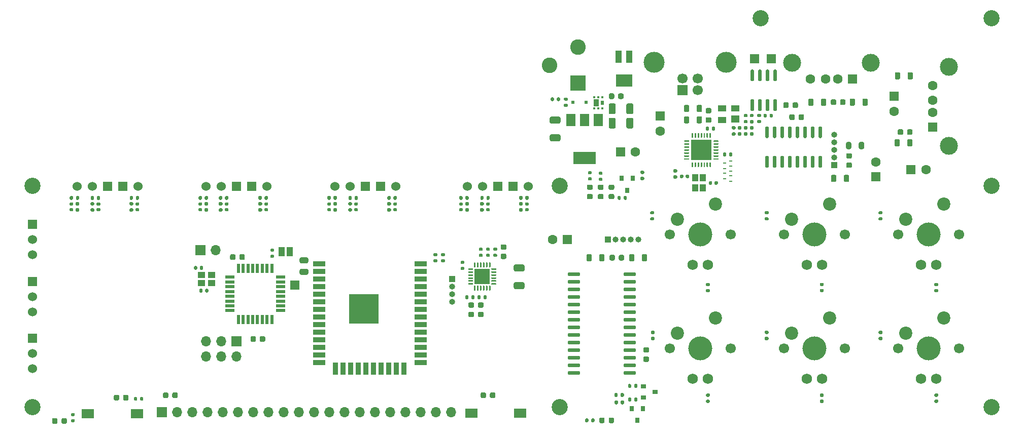
<source format=gbr>
%TF.GenerationSoftware,KiCad,Pcbnew,(5.1.7)-1*%
%TF.CreationDate,2020-11-15T19:07:40-05:00*%
%TF.ProjectId,Console,436f6e73-6f6c-4652-9e6b-696361645f70,rev?*%
%TF.SameCoordinates,Original*%
%TF.FileFunction,Soldermask,Top*%
%TF.FilePolarity,Negative*%
%FSLAX46Y46*%
G04 Gerber Fmt 4.6, Leading zero omitted, Abs format (unit mm)*
G04 Created by KiCad (PCBNEW (5.1.7)-1) date 2020-11-15 19:07:40*
%MOMM*%
%LPD*%
G01*
G04 APERTURE LIST*
%ADD10R,1.500000X1.500000*%
%ADD11C,1.600000*%
%ADD12R,1.600000X1.500000*%
%ADD13C,3.000000*%
%ADD14R,1.500000X1.600000*%
%ADD15C,2.600000*%
%ADD16R,2.600000X2.600000*%
%ADD17C,3.500000*%
%ADD18C,1.700000*%
%ADD19R,1.700000X1.700000*%
%ADD20C,2.200000*%
%ADD21C,4.000000*%
%ADD22C,1.750000*%
%ADD23R,1.500000X2.000000*%
%ADD24R,3.800000X2.000000*%
%ADD25O,1.000000X1.000000*%
%ADD26R,1.000000X1.000000*%
%ADD27C,1.524000*%
%ADD28R,1.524000X1.524000*%
%ADD29R,0.600000X0.200000*%
%ADD30C,2.700000*%
%ADD31R,2.000000X0.900000*%
%ADD32R,0.900000X2.000000*%
%ADD33R,5.000000X5.000000*%
%ADD34R,1.000000X1.500000*%
%ADD35O,1.700000X1.700000*%
%ADD36R,1.000000X1.200000*%
%ADD37R,1.200000X1.000000*%
%ADD38R,1.600000X0.550000*%
%ADD39R,0.550000X1.600000*%
%ADD40R,0.480000X0.800000*%
%ADD41R,0.950000X1.150000*%
%ADD42R,0.400000X0.425000*%
%ADD43R,3.350000X3.350000*%
%ADD44R,2.000000X1.500000*%
%ADD45R,0.800000X0.900000*%
%ADD46R,0.900000X0.800000*%
%ADD47R,1.000000X2.000000*%
%ADD48R,2.800000X2.000000*%
%ADD49R,0.500000X0.500000*%
%ADD50R,1.400000X1.000000*%
%ADD51R,1.400000X1.200000*%
%ADD52R,1.600000X1.600000*%
G04 APERTURE END LIST*
%TO.C,R69*%
G36*
G01*
X136035000Y-102240000D02*
X136405000Y-102240000D01*
G75*
G02*
X136540000Y-102375000I0J-135000D01*
G01*
X136540000Y-102645000D01*
G75*
G02*
X136405000Y-102780000I-135000J0D01*
G01*
X136035000Y-102780000D01*
G75*
G02*
X135900000Y-102645000I0J135000D01*
G01*
X135900000Y-102375000D01*
G75*
G02*
X136035000Y-102240000I135000J0D01*
G01*
G37*
G36*
G01*
X136035000Y-101220000D02*
X136405000Y-101220000D01*
G75*
G02*
X136540000Y-101355000I0J-135000D01*
G01*
X136540000Y-101625000D01*
G75*
G02*
X136405000Y-101760000I-135000J0D01*
G01*
X136035000Y-101760000D01*
G75*
G02*
X135900000Y-101625000I0J135000D01*
G01*
X135900000Y-101355000D01*
G75*
G02*
X136035000Y-101220000I135000J0D01*
G01*
G37*
%TD*%
%TO.C,R68*%
G36*
G01*
X137315000Y-102240000D02*
X137685000Y-102240000D01*
G75*
G02*
X137820000Y-102375000I0J-135000D01*
G01*
X137820000Y-102645000D01*
G75*
G02*
X137685000Y-102780000I-135000J0D01*
G01*
X137315000Y-102780000D01*
G75*
G02*
X137180000Y-102645000I0J135000D01*
G01*
X137180000Y-102375000D01*
G75*
G02*
X137315000Y-102240000I135000J0D01*
G01*
G37*
G36*
G01*
X137315000Y-101220000D02*
X137685000Y-101220000D01*
G75*
G02*
X137820000Y-101355000I0J-135000D01*
G01*
X137820000Y-101625000D01*
G75*
G02*
X137685000Y-101760000I-135000J0D01*
G01*
X137315000Y-101760000D01*
G75*
G02*
X137180000Y-101625000I0J135000D01*
G01*
X137180000Y-101355000D01*
G75*
G02*
X137315000Y-101220000I135000J0D01*
G01*
G37*
%TD*%
%TO.C,R33*%
G36*
G01*
X162240000Y-129385000D02*
X162240000Y-129015000D01*
G75*
G02*
X162375000Y-128880000I135000J0D01*
G01*
X162645000Y-128880000D01*
G75*
G02*
X162780000Y-129015000I0J-135000D01*
G01*
X162780000Y-129385000D01*
G75*
G02*
X162645000Y-129520000I-135000J0D01*
G01*
X162375000Y-129520000D01*
G75*
G02*
X162240000Y-129385000I0J135000D01*
G01*
G37*
G36*
G01*
X161220000Y-129385000D02*
X161220000Y-129015000D01*
G75*
G02*
X161355000Y-128880000I135000J0D01*
G01*
X161625000Y-128880000D01*
G75*
G02*
X161760000Y-129015000I0J-135000D01*
G01*
X161760000Y-129385000D01*
G75*
G02*
X161625000Y-129520000I-135000J0D01*
G01*
X161355000Y-129520000D01*
G75*
G02*
X161220000Y-129385000I0J135000D01*
G01*
G37*
%TD*%
%TO.C,D17*%
G36*
G01*
X164450000Y-128943750D02*
X164450000Y-129456250D01*
G75*
G02*
X164231250Y-129675000I-218750J0D01*
G01*
X163793750Y-129675000D01*
G75*
G02*
X163575000Y-129456250I0J218750D01*
G01*
X163575000Y-128943750D01*
G75*
G02*
X163793750Y-128725000I218750J0D01*
G01*
X164231250Y-128725000D01*
G75*
G02*
X164450000Y-128943750I0J-218750D01*
G01*
G37*
G36*
G01*
X166025000Y-128943750D02*
X166025000Y-129456250D01*
G75*
G02*
X165806250Y-129675000I-218750J0D01*
G01*
X165368750Y-129675000D01*
G75*
G02*
X165150000Y-129456250I0J218750D01*
G01*
X165150000Y-128943750D01*
G75*
G02*
X165368750Y-128725000I218750J0D01*
G01*
X165806250Y-128725000D01*
G75*
G02*
X166025000Y-128943750I0J-218750D01*
G01*
G37*
%TD*%
%TO.C,R32*%
G36*
G01*
X191510000Y-78065000D02*
X191510000Y-78435000D01*
G75*
G02*
X191375000Y-78570000I-135000J0D01*
G01*
X191105000Y-78570000D01*
G75*
G02*
X190970000Y-78435000I0J135000D01*
G01*
X190970000Y-78065000D01*
G75*
G02*
X191105000Y-77930000I135000J0D01*
G01*
X191375000Y-77930000D01*
G75*
G02*
X191510000Y-78065000I0J-135000D01*
G01*
G37*
G36*
G01*
X192530000Y-78065000D02*
X192530000Y-78435000D01*
G75*
G02*
X192395000Y-78570000I-135000J0D01*
G01*
X192125000Y-78570000D01*
G75*
G02*
X191990000Y-78435000I0J135000D01*
G01*
X191990000Y-78065000D01*
G75*
G02*
X192125000Y-77930000I135000J0D01*
G01*
X192395000Y-77930000D01*
G75*
G02*
X192530000Y-78065000I0J-135000D01*
G01*
G37*
%TD*%
%TO.C,U4*%
G36*
G01*
X192755000Y-75500000D02*
X193055000Y-75500000D01*
G75*
G02*
X193205000Y-75650000I0J-150000D01*
G01*
X193205000Y-77300000D01*
G75*
G02*
X193055000Y-77450000I-150000J0D01*
G01*
X192755000Y-77450000D01*
G75*
G02*
X192605000Y-77300000I0J150000D01*
G01*
X192605000Y-75650000D01*
G75*
G02*
X192755000Y-75500000I150000J0D01*
G01*
G37*
G36*
G01*
X191485000Y-75500000D02*
X191785000Y-75500000D01*
G75*
G02*
X191935000Y-75650000I0J-150000D01*
G01*
X191935000Y-77300000D01*
G75*
G02*
X191785000Y-77450000I-150000J0D01*
G01*
X191485000Y-77450000D01*
G75*
G02*
X191335000Y-77300000I0J150000D01*
G01*
X191335000Y-75650000D01*
G75*
G02*
X191485000Y-75500000I150000J0D01*
G01*
G37*
G36*
G01*
X190215000Y-75500000D02*
X190515000Y-75500000D01*
G75*
G02*
X190665000Y-75650000I0J-150000D01*
G01*
X190665000Y-77300000D01*
G75*
G02*
X190515000Y-77450000I-150000J0D01*
G01*
X190215000Y-77450000D01*
G75*
G02*
X190065000Y-77300000I0J150000D01*
G01*
X190065000Y-75650000D01*
G75*
G02*
X190215000Y-75500000I150000J0D01*
G01*
G37*
G36*
G01*
X188945000Y-75500000D02*
X189245000Y-75500000D01*
G75*
G02*
X189395000Y-75650000I0J-150000D01*
G01*
X189395000Y-77300000D01*
G75*
G02*
X189245000Y-77450000I-150000J0D01*
G01*
X188945000Y-77450000D01*
G75*
G02*
X188795000Y-77300000I0J150000D01*
G01*
X188795000Y-75650000D01*
G75*
G02*
X188945000Y-75500000I150000J0D01*
G01*
G37*
G36*
G01*
X188945000Y-70550000D02*
X189245000Y-70550000D01*
G75*
G02*
X189395000Y-70700000I0J-150000D01*
G01*
X189395000Y-72350000D01*
G75*
G02*
X189245000Y-72500000I-150000J0D01*
G01*
X188945000Y-72500000D01*
G75*
G02*
X188795000Y-72350000I0J150000D01*
G01*
X188795000Y-70700000D01*
G75*
G02*
X188945000Y-70550000I150000J0D01*
G01*
G37*
G36*
G01*
X190215000Y-70550000D02*
X190515000Y-70550000D01*
G75*
G02*
X190665000Y-70700000I0J-150000D01*
G01*
X190665000Y-72350000D01*
G75*
G02*
X190515000Y-72500000I-150000J0D01*
G01*
X190215000Y-72500000D01*
G75*
G02*
X190065000Y-72350000I0J150000D01*
G01*
X190065000Y-70700000D01*
G75*
G02*
X190215000Y-70550000I150000J0D01*
G01*
G37*
G36*
G01*
X191485000Y-70550000D02*
X191785000Y-70550000D01*
G75*
G02*
X191935000Y-70700000I0J-150000D01*
G01*
X191935000Y-72350000D01*
G75*
G02*
X191785000Y-72500000I-150000J0D01*
G01*
X191485000Y-72500000D01*
G75*
G02*
X191335000Y-72350000I0J150000D01*
G01*
X191335000Y-70700000D01*
G75*
G02*
X191485000Y-70550000I150000J0D01*
G01*
G37*
G36*
G01*
X192755000Y-70550000D02*
X193055000Y-70550000D01*
G75*
G02*
X193205000Y-70700000I0J-150000D01*
G01*
X193205000Y-72350000D01*
G75*
G02*
X193055000Y-72500000I-150000J0D01*
G01*
X192755000Y-72500000D01*
G75*
G02*
X192605000Y-72350000I0J150000D01*
G01*
X192605000Y-70700000D01*
G75*
G02*
X192755000Y-70550000I150000J0D01*
G01*
G37*
%TD*%
D10*
%TO.C,TP3*%
X192250000Y-68750000D03*
%TD*%
%TO.C,TP2*%
X189500000Y-68750000D03*
%TD*%
%TO.C,R14*%
G36*
G01*
X190435000Y-78500000D02*
X190065000Y-78500000D01*
G75*
G02*
X189930000Y-78365000I0J135000D01*
G01*
X189930000Y-78095000D01*
G75*
G02*
X190065000Y-77960000I135000J0D01*
G01*
X190435000Y-77960000D01*
G75*
G02*
X190570000Y-78095000I0J-135000D01*
G01*
X190570000Y-78365000D01*
G75*
G02*
X190435000Y-78500000I-135000J0D01*
G01*
G37*
G36*
G01*
X190435000Y-79520000D02*
X190065000Y-79520000D01*
G75*
G02*
X189930000Y-79385000I0J135000D01*
G01*
X189930000Y-79115000D01*
G75*
G02*
X190065000Y-78980000I135000J0D01*
G01*
X190435000Y-78980000D01*
G75*
G02*
X190570000Y-79115000I0J-135000D01*
G01*
X190570000Y-79385000D01*
G75*
G02*
X190435000Y-79520000I-135000J0D01*
G01*
G37*
%TD*%
%TO.C,R13*%
G36*
G01*
X188815000Y-78990000D02*
X189185000Y-78990000D01*
G75*
G02*
X189320000Y-79125000I0J-135000D01*
G01*
X189320000Y-79395000D01*
G75*
G02*
X189185000Y-79530000I-135000J0D01*
G01*
X188815000Y-79530000D01*
G75*
G02*
X188680000Y-79395000I0J135000D01*
G01*
X188680000Y-79125000D01*
G75*
G02*
X188815000Y-78990000I135000J0D01*
G01*
G37*
G36*
G01*
X188815000Y-77970000D02*
X189185000Y-77970000D01*
G75*
G02*
X189320000Y-78105000I0J-135000D01*
G01*
X189320000Y-78375000D01*
G75*
G02*
X189185000Y-78510000I-135000J0D01*
G01*
X188815000Y-78510000D01*
G75*
G02*
X188680000Y-78375000I0J135000D01*
G01*
X188680000Y-78105000D01*
G75*
G02*
X188815000Y-77970000I135000J0D01*
G01*
G37*
%TD*%
%TO.C,R12*%
G36*
G01*
X187815000Y-78980000D02*
X188185000Y-78980000D01*
G75*
G02*
X188320000Y-79115000I0J-135000D01*
G01*
X188320000Y-79385000D01*
G75*
G02*
X188185000Y-79520000I-135000J0D01*
G01*
X187815000Y-79520000D01*
G75*
G02*
X187680000Y-79385000I0J135000D01*
G01*
X187680000Y-79115000D01*
G75*
G02*
X187815000Y-78980000I135000J0D01*
G01*
G37*
G36*
G01*
X187815000Y-77960000D02*
X188185000Y-77960000D01*
G75*
G02*
X188320000Y-78095000I0J-135000D01*
G01*
X188320000Y-78365000D01*
G75*
G02*
X188185000Y-78500000I-135000J0D01*
G01*
X187815000Y-78500000D01*
G75*
G02*
X187680000Y-78365000I0J135000D01*
G01*
X187680000Y-78095000D01*
G75*
G02*
X187815000Y-77960000I135000J0D01*
G01*
G37*
%TD*%
%TO.C,C23*%
G36*
G01*
X196175000Y-78250000D02*
X196175000Y-78750000D01*
G75*
G02*
X195950000Y-78975000I-225000J0D01*
G01*
X195500000Y-78975000D01*
G75*
G02*
X195275000Y-78750000I0J225000D01*
G01*
X195275000Y-78250000D01*
G75*
G02*
X195500000Y-78025000I225000J0D01*
G01*
X195950000Y-78025000D01*
G75*
G02*
X196175000Y-78250000I0J-225000D01*
G01*
G37*
G36*
G01*
X197725000Y-78250000D02*
X197725000Y-78750000D01*
G75*
G02*
X197500000Y-78975000I-225000J0D01*
G01*
X197050000Y-78975000D01*
G75*
G02*
X196825000Y-78750000I0J225000D01*
G01*
X196825000Y-78250000D01*
G75*
G02*
X197050000Y-78025000I225000J0D01*
G01*
X197500000Y-78025000D01*
G75*
G02*
X197725000Y-78250000I0J-225000D01*
G01*
G37*
%TD*%
%TO.C,C20*%
G36*
G01*
X195175000Y-76250000D02*
X195175000Y-76750000D01*
G75*
G02*
X194950000Y-76975000I-225000J0D01*
G01*
X194500000Y-76975000D01*
G75*
G02*
X194275000Y-76750000I0J225000D01*
G01*
X194275000Y-76250000D01*
G75*
G02*
X194500000Y-76025000I225000J0D01*
G01*
X194950000Y-76025000D01*
G75*
G02*
X195175000Y-76250000I0J-225000D01*
G01*
G37*
G36*
G01*
X196725000Y-76250000D02*
X196725000Y-76750000D01*
G75*
G02*
X196500000Y-76975000I-225000J0D01*
G01*
X196050000Y-76975000D01*
G75*
G02*
X195825000Y-76750000I0J225000D01*
G01*
X195825000Y-76250000D01*
G75*
G02*
X196050000Y-76025000I225000J0D01*
G01*
X196500000Y-76025000D01*
G75*
G02*
X196725000Y-76250000I0J-225000D01*
G01*
G37*
%TD*%
D11*
%TO.C,J7*%
X198833930Y-72100000D03*
X201333930Y-72100000D03*
X203333930Y-72100000D03*
D12*
X205833930Y-72100000D03*
D13*
X195763930Y-69390000D03*
X208903930Y-69390000D03*
%TD*%
D11*
%TO.C,J4*%
X219200000Y-73200000D03*
X219200000Y-75700000D03*
X219200000Y-77700000D03*
D14*
X219200000Y-80200000D03*
D13*
X221910000Y-70130000D03*
X221910000Y-83270000D03*
%TD*%
D15*
%TO.C,J8*%
X155300000Y-69800000D03*
X160000000Y-66800000D03*
D16*
X160000000Y-72800000D03*
%TD*%
D17*
%TO.C,J3*%
X184770000Y-69290000D03*
X172730000Y-69290000D03*
D18*
X177500000Y-72000000D03*
X180000000Y-72000000D03*
X180000000Y-74000000D03*
D19*
X177500000Y-74000000D03*
%TD*%
D20*
%TO.C,SW5*%
X202020000Y-112120000D03*
X195670000Y-114660000D03*
D21*
X199480000Y-117200000D03*
D18*
X194400000Y-117200000D03*
X204560000Y-117200000D03*
D22*
X198210000Y-122280000D03*
X200750000Y-122280000D03*
%TD*%
D23*
%TO.C,U8*%
X163400000Y-79000000D03*
X158800000Y-79000000D03*
X161100000Y-79000000D03*
D24*
X161100000Y-85300000D03*
%TD*%
%TO.C,C28*%
G36*
G01*
X150850001Y-104300000D02*
X149549999Y-104300000D01*
G75*
G02*
X149300000Y-104050001I0J249999D01*
G01*
X149300000Y-103399999D01*
G75*
G02*
X149549999Y-103150000I249999J0D01*
G01*
X150850001Y-103150000D01*
G75*
G02*
X151100000Y-103399999I0J-249999D01*
G01*
X151100000Y-104050001D01*
G75*
G02*
X150850001Y-104300000I-249999J0D01*
G01*
G37*
G36*
G01*
X150850001Y-107250000D02*
X149549999Y-107250000D01*
G75*
G02*
X149300000Y-107000001I0J249999D01*
G01*
X149300000Y-106349999D01*
G75*
G02*
X149549999Y-106100000I249999J0D01*
G01*
X150850001Y-106100000D01*
G75*
G02*
X151100000Y-106349999I0J-249999D01*
G01*
X151100000Y-107000001D01*
G75*
G02*
X150850001Y-107250000I-249999J0D01*
G01*
G37*
%TD*%
D10*
%TO.C,TP1*%
X112800000Y-106600000D03*
%TD*%
%TO.C,R26*%
G36*
G01*
X167640000Y-92185000D02*
X167640000Y-91815000D01*
G75*
G02*
X167775000Y-91680000I135000J0D01*
G01*
X168045000Y-91680000D01*
G75*
G02*
X168180000Y-91815000I0J-135000D01*
G01*
X168180000Y-92185000D01*
G75*
G02*
X168045000Y-92320000I-135000J0D01*
G01*
X167775000Y-92320000D01*
G75*
G02*
X167640000Y-92185000I0J135000D01*
G01*
G37*
G36*
G01*
X166620000Y-92185000D02*
X166620000Y-91815000D01*
G75*
G02*
X166755000Y-91680000I135000J0D01*
G01*
X167025000Y-91680000D01*
G75*
G02*
X167160000Y-91815000I0J-135000D01*
G01*
X167160000Y-92185000D01*
G75*
G02*
X167025000Y-92320000I-135000J0D01*
G01*
X166755000Y-92320000D01*
G75*
G02*
X166620000Y-92185000I0J135000D01*
G01*
G37*
%TD*%
%TO.C,R25*%
G36*
G01*
X163985000Y-88160000D02*
X163615000Y-88160000D01*
G75*
G02*
X163480000Y-88025000I0J135000D01*
G01*
X163480000Y-87755000D01*
G75*
G02*
X163615000Y-87620000I135000J0D01*
G01*
X163985000Y-87620000D01*
G75*
G02*
X164120000Y-87755000I0J-135000D01*
G01*
X164120000Y-88025000D01*
G75*
G02*
X163985000Y-88160000I-135000J0D01*
G01*
G37*
G36*
G01*
X163985000Y-89180000D02*
X163615000Y-89180000D01*
G75*
G02*
X163480000Y-89045000I0J135000D01*
G01*
X163480000Y-88775000D01*
G75*
G02*
X163615000Y-88640000I135000J0D01*
G01*
X163985000Y-88640000D01*
G75*
G02*
X164120000Y-88775000I0J-135000D01*
G01*
X164120000Y-89045000D01*
G75*
G02*
X163985000Y-89180000I-135000J0D01*
G01*
G37*
%TD*%
%TO.C,R24*%
G36*
G01*
X162185000Y-88070000D02*
X161815000Y-88070000D01*
G75*
G02*
X161680000Y-87935000I0J135000D01*
G01*
X161680000Y-87665000D01*
G75*
G02*
X161815000Y-87530000I135000J0D01*
G01*
X162185000Y-87530000D01*
G75*
G02*
X162320000Y-87665000I0J-135000D01*
G01*
X162320000Y-87935000D01*
G75*
G02*
X162185000Y-88070000I-135000J0D01*
G01*
G37*
G36*
G01*
X162185000Y-89090000D02*
X161815000Y-89090000D01*
G75*
G02*
X161680000Y-88955000I0J135000D01*
G01*
X161680000Y-88685000D01*
G75*
G02*
X161815000Y-88550000I135000J0D01*
G01*
X162185000Y-88550000D01*
G75*
G02*
X162320000Y-88685000I0J-135000D01*
G01*
X162320000Y-88955000D01*
G75*
G02*
X162185000Y-89090000I-135000J0D01*
G01*
G37*
%TD*%
D25*
%TO.C,J9*%
X139000000Y-109410000D03*
X139000000Y-108140000D03*
X139000000Y-106870000D03*
D26*
X139000000Y-105600000D03*
%TD*%
%TO.C,D16*%
G36*
G01*
X165343750Y-91350000D02*
X165856250Y-91350000D01*
G75*
G02*
X166075000Y-91568750I0J-218750D01*
G01*
X166075000Y-92006250D01*
G75*
G02*
X165856250Y-92225000I-218750J0D01*
G01*
X165343750Y-92225000D01*
G75*
G02*
X165125000Y-92006250I0J218750D01*
G01*
X165125000Y-91568750D01*
G75*
G02*
X165343750Y-91350000I218750J0D01*
G01*
G37*
G36*
G01*
X165343750Y-89775000D02*
X165856250Y-89775000D01*
G75*
G02*
X166075000Y-89993750I0J-218750D01*
G01*
X166075000Y-90431250D01*
G75*
G02*
X165856250Y-90650000I-218750J0D01*
G01*
X165343750Y-90650000D01*
G75*
G02*
X165125000Y-90431250I0J218750D01*
G01*
X165125000Y-89993750D01*
G75*
G02*
X165343750Y-89775000I218750J0D01*
G01*
G37*
%TD*%
%TO.C,D15*%
G36*
G01*
X164056250Y-90650000D02*
X163543750Y-90650000D01*
G75*
G02*
X163325000Y-90431250I0J218750D01*
G01*
X163325000Y-89993750D01*
G75*
G02*
X163543750Y-89775000I218750J0D01*
G01*
X164056250Y-89775000D01*
G75*
G02*
X164275000Y-89993750I0J-218750D01*
G01*
X164275000Y-90431250D01*
G75*
G02*
X164056250Y-90650000I-218750J0D01*
G01*
G37*
G36*
G01*
X164056250Y-92225000D02*
X163543750Y-92225000D01*
G75*
G02*
X163325000Y-92006250I0J218750D01*
G01*
X163325000Y-91568750D01*
G75*
G02*
X163543750Y-91350000I218750J0D01*
G01*
X164056250Y-91350000D01*
G75*
G02*
X164275000Y-91568750I0J-218750D01*
G01*
X164275000Y-92006250D01*
G75*
G02*
X164056250Y-92225000I-218750J0D01*
G01*
G37*
%TD*%
%TO.C,D13*%
G36*
G01*
X162256250Y-90650000D02*
X161743750Y-90650000D01*
G75*
G02*
X161525000Y-90431250I0J218750D01*
G01*
X161525000Y-89993750D01*
G75*
G02*
X161743750Y-89775000I218750J0D01*
G01*
X162256250Y-89775000D01*
G75*
G02*
X162475000Y-89993750I0J-218750D01*
G01*
X162475000Y-90431250D01*
G75*
G02*
X162256250Y-90650000I-218750J0D01*
G01*
G37*
G36*
G01*
X162256250Y-92225000D02*
X161743750Y-92225000D01*
G75*
G02*
X161525000Y-92006250I0J218750D01*
G01*
X161525000Y-91568750D01*
G75*
G02*
X161743750Y-91350000I218750J0D01*
G01*
X162256250Y-91350000D01*
G75*
G02*
X162475000Y-91568750I0J-218750D01*
G01*
X162475000Y-92006250D01*
G75*
G02*
X162256250Y-92225000I-218750J0D01*
G01*
G37*
%TD*%
%TO.C,R47*%
G36*
G01*
X122740000Y-92185000D02*
X122740000Y-91815000D01*
G75*
G02*
X122875000Y-91680000I135000J0D01*
G01*
X123145000Y-91680000D01*
G75*
G02*
X123280000Y-91815000I0J-135000D01*
G01*
X123280000Y-92185000D01*
G75*
G02*
X123145000Y-92320000I-135000J0D01*
G01*
X122875000Y-92320000D01*
G75*
G02*
X122740000Y-92185000I0J135000D01*
G01*
G37*
G36*
G01*
X121720000Y-92185000D02*
X121720000Y-91815000D01*
G75*
G02*
X121855000Y-91680000I135000J0D01*
G01*
X122125000Y-91680000D01*
G75*
G02*
X122260000Y-91815000I0J-135000D01*
G01*
X122260000Y-92185000D01*
G75*
G02*
X122125000Y-92320000I-135000J0D01*
G01*
X121855000Y-92320000D01*
G75*
G02*
X121720000Y-92185000I0J135000D01*
G01*
G37*
%TD*%
D27*
%TO.C,SW10*%
X76420000Y-90040000D03*
X78960000Y-90040000D03*
D28*
X81500000Y-90040000D03*
X84040000Y-90040000D03*
D27*
X86580000Y-90040000D03*
%TD*%
%TO.C,SW9*%
X141520000Y-90040000D03*
X144060000Y-90040000D03*
D28*
X146600000Y-90040000D03*
X149140000Y-90040000D03*
D27*
X151680000Y-90040000D03*
%TD*%
%TO.C,SW8*%
X119420000Y-90040000D03*
X121960000Y-90040000D03*
D28*
X124500000Y-90040000D03*
X127040000Y-90040000D03*
D27*
X129580000Y-90040000D03*
%TD*%
%TO.C,SW7*%
X97920000Y-90040000D03*
X100460000Y-90040000D03*
D28*
X103000000Y-90040000D03*
X105540000Y-90040000D03*
D27*
X108080000Y-90040000D03*
%TD*%
%TO.C,U5*%
G36*
G01*
X191705000Y-82000000D02*
X191405000Y-82000000D01*
G75*
G02*
X191255000Y-81850000I0J150000D01*
G01*
X191255000Y-80200000D01*
G75*
G02*
X191405000Y-80050000I150000J0D01*
G01*
X191705000Y-80050000D01*
G75*
G02*
X191855000Y-80200000I0J-150000D01*
G01*
X191855000Y-81850000D01*
G75*
G02*
X191705000Y-82000000I-150000J0D01*
G01*
G37*
G36*
G01*
X192975000Y-82000000D02*
X192675000Y-82000000D01*
G75*
G02*
X192525000Y-81850000I0J150000D01*
G01*
X192525000Y-80200000D01*
G75*
G02*
X192675000Y-80050000I150000J0D01*
G01*
X192975000Y-80050000D01*
G75*
G02*
X193125000Y-80200000I0J-150000D01*
G01*
X193125000Y-81850000D01*
G75*
G02*
X192975000Y-82000000I-150000J0D01*
G01*
G37*
G36*
G01*
X194245000Y-82000000D02*
X193945000Y-82000000D01*
G75*
G02*
X193795000Y-81850000I0J150000D01*
G01*
X193795000Y-80200000D01*
G75*
G02*
X193945000Y-80050000I150000J0D01*
G01*
X194245000Y-80050000D01*
G75*
G02*
X194395000Y-80200000I0J-150000D01*
G01*
X194395000Y-81850000D01*
G75*
G02*
X194245000Y-82000000I-150000J0D01*
G01*
G37*
G36*
G01*
X195515000Y-82000000D02*
X195215000Y-82000000D01*
G75*
G02*
X195065000Y-81850000I0J150000D01*
G01*
X195065000Y-80200000D01*
G75*
G02*
X195215000Y-80050000I150000J0D01*
G01*
X195515000Y-80050000D01*
G75*
G02*
X195665000Y-80200000I0J-150000D01*
G01*
X195665000Y-81850000D01*
G75*
G02*
X195515000Y-82000000I-150000J0D01*
G01*
G37*
G36*
G01*
X196785000Y-82000000D02*
X196485000Y-82000000D01*
G75*
G02*
X196335000Y-81850000I0J150000D01*
G01*
X196335000Y-80200000D01*
G75*
G02*
X196485000Y-80050000I150000J0D01*
G01*
X196785000Y-80050000D01*
G75*
G02*
X196935000Y-80200000I0J-150000D01*
G01*
X196935000Y-81850000D01*
G75*
G02*
X196785000Y-82000000I-150000J0D01*
G01*
G37*
G36*
G01*
X198055000Y-82000000D02*
X197755000Y-82000000D01*
G75*
G02*
X197605000Y-81850000I0J150000D01*
G01*
X197605000Y-80200000D01*
G75*
G02*
X197755000Y-80050000I150000J0D01*
G01*
X198055000Y-80050000D01*
G75*
G02*
X198205000Y-80200000I0J-150000D01*
G01*
X198205000Y-81850000D01*
G75*
G02*
X198055000Y-82000000I-150000J0D01*
G01*
G37*
G36*
G01*
X199325000Y-82000000D02*
X199025000Y-82000000D01*
G75*
G02*
X198875000Y-81850000I0J150000D01*
G01*
X198875000Y-80200000D01*
G75*
G02*
X199025000Y-80050000I150000J0D01*
G01*
X199325000Y-80050000D01*
G75*
G02*
X199475000Y-80200000I0J-150000D01*
G01*
X199475000Y-81850000D01*
G75*
G02*
X199325000Y-82000000I-150000J0D01*
G01*
G37*
G36*
G01*
X200595000Y-82000000D02*
X200295000Y-82000000D01*
G75*
G02*
X200145000Y-81850000I0J150000D01*
G01*
X200145000Y-80200000D01*
G75*
G02*
X200295000Y-80050000I150000J0D01*
G01*
X200595000Y-80050000D01*
G75*
G02*
X200745000Y-80200000I0J-150000D01*
G01*
X200745000Y-81850000D01*
G75*
G02*
X200595000Y-82000000I-150000J0D01*
G01*
G37*
G36*
G01*
X200595000Y-86950000D02*
X200295000Y-86950000D01*
G75*
G02*
X200145000Y-86800000I0J150000D01*
G01*
X200145000Y-85150000D01*
G75*
G02*
X200295000Y-85000000I150000J0D01*
G01*
X200595000Y-85000000D01*
G75*
G02*
X200745000Y-85150000I0J-150000D01*
G01*
X200745000Y-86800000D01*
G75*
G02*
X200595000Y-86950000I-150000J0D01*
G01*
G37*
G36*
G01*
X199325000Y-86950000D02*
X199025000Y-86950000D01*
G75*
G02*
X198875000Y-86800000I0J150000D01*
G01*
X198875000Y-85150000D01*
G75*
G02*
X199025000Y-85000000I150000J0D01*
G01*
X199325000Y-85000000D01*
G75*
G02*
X199475000Y-85150000I0J-150000D01*
G01*
X199475000Y-86800000D01*
G75*
G02*
X199325000Y-86950000I-150000J0D01*
G01*
G37*
G36*
G01*
X198055000Y-86950000D02*
X197755000Y-86950000D01*
G75*
G02*
X197605000Y-86800000I0J150000D01*
G01*
X197605000Y-85150000D01*
G75*
G02*
X197755000Y-85000000I150000J0D01*
G01*
X198055000Y-85000000D01*
G75*
G02*
X198205000Y-85150000I0J-150000D01*
G01*
X198205000Y-86800000D01*
G75*
G02*
X198055000Y-86950000I-150000J0D01*
G01*
G37*
G36*
G01*
X196785000Y-86950000D02*
X196485000Y-86950000D01*
G75*
G02*
X196335000Y-86800000I0J150000D01*
G01*
X196335000Y-85150000D01*
G75*
G02*
X196485000Y-85000000I150000J0D01*
G01*
X196785000Y-85000000D01*
G75*
G02*
X196935000Y-85150000I0J-150000D01*
G01*
X196935000Y-86800000D01*
G75*
G02*
X196785000Y-86950000I-150000J0D01*
G01*
G37*
G36*
G01*
X195515000Y-86950000D02*
X195215000Y-86950000D01*
G75*
G02*
X195065000Y-86800000I0J150000D01*
G01*
X195065000Y-85150000D01*
G75*
G02*
X195215000Y-85000000I150000J0D01*
G01*
X195515000Y-85000000D01*
G75*
G02*
X195665000Y-85150000I0J-150000D01*
G01*
X195665000Y-86800000D01*
G75*
G02*
X195515000Y-86950000I-150000J0D01*
G01*
G37*
G36*
G01*
X194245000Y-86950000D02*
X193945000Y-86950000D01*
G75*
G02*
X193795000Y-86800000I0J150000D01*
G01*
X193795000Y-85150000D01*
G75*
G02*
X193945000Y-85000000I150000J0D01*
G01*
X194245000Y-85000000D01*
G75*
G02*
X194395000Y-85150000I0J-150000D01*
G01*
X194395000Y-86800000D01*
G75*
G02*
X194245000Y-86950000I-150000J0D01*
G01*
G37*
G36*
G01*
X192975000Y-86950000D02*
X192675000Y-86950000D01*
G75*
G02*
X192525000Y-86800000I0J150000D01*
G01*
X192525000Y-85150000D01*
G75*
G02*
X192675000Y-85000000I150000J0D01*
G01*
X192975000Y-85000000D01*
G75*
G02*
X193125000Y-85150000I0J-150000D01*
G01*
X193125000Y-86800000D01*
G75*
G02*
X192975000Y-86950000I-150000J0D01*
G01*
G37*
G36*
G01*
X191705000Y-86950000D02*
X191405000Y-86950000D01*
G75*
G02*
X191255000Y-86800000I0J150000D01*
G01*
X191255000Y-85150000D01*
G75*
G02*
X191405000Y-85000000I150000J0D01*
G01*
X191705000Y-85000000D01*
G75*
G02*
X191855000Y-85150000I0J-150000D01*
G01*
X191855000Y-86800000D01*
G75*
G02*
X191705000Y-86950000I-150000J0D01*
G01*
G37*
%TD*%
D29*
%TO.C,D9*%
X184525000Y-88800000D03*
X184525000Y-87900000D03*
X184525000Y-87100000D03*
X184525000Y-86200000D03*
X185475000Y-85800000D03*
X185475000Y-86700000D03*
X185475000Y-87500000D03*
X185475000Y-88300000D03*
X185475000Y-89200000D03*
%TD*%
D25*
%TO.C,J6*%
X202800000Y-81420000D03*
X202800000Y-82690000D03*
X202800000Y-83960000D03*
X202800000Y-85230000D03*
D26*
X202800000Y-86500000D03*
%TD*%
D25*
%TO.C,J5*%
X170080000Y-99000000D03*
X168810000Y-99000000D03*
X167540000Y-99000000D03*
X166270000Y-99000000D03*
D26*
X165000000Y-99000000D03*
%TD*%
D30*
%TO.C,H8*%
X157000000Y-90000000D03*
%TD*%
%TO.C,H7*%
X229000000Y-90000000D03*
%TD*%
%TO.C,H6*%
X157000000Y-127000000D03*
%TD*%
%TO.C,H5*%
X229000000Y-62000000D03*
%TD*%
%TO.C,H4*%
X229000000Y-127000000D03*
%TD*%
%TO.C,H3*%
X190500000Y-62000000D03*
%TD*%
%TO.C,H2*%
X69000000Y-127000000D03*
%TD*%
%TO.C,H1*%
X69000000Y-90000000D03*
%TD*%
D27*
%TO.C,RV3*%
X69000000Y-120540000D03*
D28*
X69000000Y-115460000D03*
D27*
X69000000Y-118000000D03*
%TD*%
%TO.C,RV2*%
X69000000Y-111040000D03*
D28*
X69000000Y-105960000D03*
D27*
X69000000Y-108500000D03*
%TD*%
%TO.C,RV1*%
X69000000Y-101540000D03*
D28*
X69000000Y-96460000D03*
D27*
X69000000Y-99000000D03*
%TD*%
%TO.C,C5*%
G36*
G01*
X171650000Y-117875000D02*
X171150000Y-117875000D01*
G75*
G02*
X170925000Y-117650000I0J225000D01*
G01*
X170925000Y-117200000D01*
G75*
G02*
X171150000Y-116975000I225000J0D01*
G01*
X171650000Y-116975000D01*
G75*
G02*
X171875000Y-117200000I0J-225000D01*
G01*
X171875000Y-117650000D01*
G75*
G02*
X171650000Y-117875000I-225000J0D01*
G01*
G37*
G36*
G01*
X171650000Y-119425000D02*
X171150000Y-119425000D01*
G75*
G02*
X170925000Y-119200000I0J225000D01*
G01*
X170925000Y-118750000D01*
G75*
G02*
X171150000Y-118525000I225000J0D01*
G01*
X171650000Y-118525000D01*
G75*
G02*
X171875000Y-118750000I0J-225000D01*
G01*
X171875000Y-119200000D01*
G75*
G02*
X171650000Y-119425000I-225000J0D01*
G01*
G37*
%TD*%
D31*
%TO.C,U9*%
X133800000Y-103045000D03*
X133800000Y-104315000D03*
X133800000Y-105585000D03*
X133800000Y-106855000D03*
X133800000Y-108125000D03*
X133800000Y-109395000D03*
X133800000Y-110665000D03*
X133800000Y-111935000D03*
X133800000Y-113205000D03*
X133800000Y-114475000D03*
X133800000Y-115745000D03*
X133800000Y-117015000D03*
X133800000Y-118285000D03*
X133800000Y-119555000D03*
D32*
X131015000Y-120555000D03*
X129745000Y-120555000D03*
X128475000Y-120555000D03*
X127205000Y-120555000D03*
X125935000Y-120555000D03*
X124665000Y-120555000D03*
X123395000Y-120555000D03*
X122125000Y-120555000D03*
X120855000Y-120555000D03*
X119585000Y-120555000D03*
D31*
X116800000Y-119555000D03*
X116800000Y-118285000D03*
X116800000Y-117015000D03*
X116800000Y-115745000D03*
X116800000Y-114475000D03*
X116800000Y-113205000D03*
X116800000Y-111935000D03*
X116800000Y-110665000D03*
X116800000Y-109395000D03*
X116800000Y-108125000D03*
X116800000Y-106855000D03*
X116800000Y-105585000D03*
X116800000Y-104315000D03*
X116800000Y-103045000D03*
D33*
X124300000Y-110545000D03*
%TD*%
%TO.C,R2*%
G36*
G01*
X108815000Y-101490000D02*
X109185000Y-101490000D01*
G75*
G02*
X109320000Y-101625000I0J-135000D01*
G01*
X109320000Y-101895000D01*
G75*
G02*
X109185000Y-102030000I-135000J0D01*
G01*
X108815000Y-102030000D01*
G75*
G02*
X108680000Y-101895000I0J135000D01*
G01*
X108680000Y-101625000D01*
G75*
G02*
X108815000Y-101490000I135000J0D01*
G01*
G37*
G36*
G01*
X108815000Y-100470000D02*
X109185000Y-100470000D01*
G75*
G02*
X109320000Y-100605000I0J-135000D01*
G01*
X109320000Y-100875000D01*
G75*
G02*
X109185000Y-101010000I-135000J0D01*
G01*
X108815000Y-101010000D01*
G75*
G02*
X108680000Y-100875000I0J135000D01*
G01*
X108680000Y-100605000D01*
G75*
G02*
X108815000Y-100470000I135000J0D01*
G01*
G37*
%TD*%
D34*
%TO.C,JP1*%
X110600000Y-101000000D03*
X111900000Y-101000000D03*
%TD*%
D35*
%TO.C,J2*%
X99540000Y-100750000D03*
D19*
X97000000Y-100750000D03*
%TD*%
D35*
%TO.C,J1*%
X97920000Y-118540000D03*
X97920000Y-116000000D03*
X100460000Y-118540000D03*
X100460000Y-116000000D03*
X103000000Y-118540000D03*
D19*
X103000000Y-116000000D03*
%TD*%
D36*
%TO.C,Y2*%
X180850000Y-90350000D03*
X179550000Y-90350000D03*
X179550000Y-88650000D03*
X180850000Y-88650000D03*
%TD*%
D37*
%TO.C,Y1*%
X97214999Y-106214999D03*
X97214999Y-104914999D03*
X98914999Y-104914999D03*
X98914999Y-106214999D03*
%TD*%
%TO.C,C4*%
G36*
G01*
X97800000Y-107670000D02*
X97800000Y-107330000D01*
G75*
G02*
X97940000Y-107190000I140000J0D01*
G01*
X98220000Y-107190000D01*
G75*
G02*
X98360000Y-107330000I0J-140000D01*
G01*
X98360000Y-107670000D01*
G75*
G02*
X98220000Y-107810000I-140000J0D01*
G01*
X97940000Y-107810000D01*
G75*
G02*
X97800000Y-107670000I0J140000D01*
G01*
G37*
G36*
G01*
X96840000Y-107670000D02*
X96840000Y-107330000D01*
G75*
G02*
X96980000Y-107190000I140000J0D01*
G01*
X97260000Y-107190000D01*
G75*
G02*
X97400000Y-107330000I0J-140000D01*
G01*
X97400000Y-107670000D01*
G75*
G02*
X97260000Y-107810000I-140000J0D01*
G01*
X96980000Y-107810000D01*
G75*
G02*
X96840000Y-107670000I0J140000D01*
G01*
G37*
%TD*%
%TO.C,C3*%
G36*
G01*
X96900000Y-103870000D02*
X96900000Y-103530000D01*
G75*
G02*
X97040000Y-103390000I140000J0D01*
G01*
X97320000Y-103390000D01*
G75*
G02*
X97460000Y-103530000I0J-140000D01*
G01*
X97460000Y-103870000D01*
G75*
G02*
X97320000Y-104010000I-140000J0D01*
G01*
X97040000Y-104010000D01*
G75*
G02*
X96900000Y-103870000I0J140000D01*
G01*
G37*
G36*
G01*
X95940000Y-103870000D02*
X95940000Y-103530000D01*
G75*
G02*
X96080000Y-103390000I140000J0D01*
G01*
X96360000Y-103390000D01*
G75*
G02*
X96500000Y-103530000I0J-140000D01*
G01*
X96500000Y-103870000D01*
G75*
G02*
X96360000Y-104010000I-140000J0D01*
G01*
X96080000Y-104010000D01*
G75*
G02*
X95940000Y-103870000I0J140000D01*
G01*
G37*
%TD*%
D38*
%TO.C,U1*%
X110400000Y-105250000D03*
X110400000Y-106050000D03*
X110400000Y-106850000D03*
X110400000Y-107650000D03*
X110400000Y-108450000D03*
X110400000Y-109250000D03*
X110400000Y-110050000D03*
X110400000Y-110850000D03*
D39*
X108950000Y-112300000D03*
X108150000Y-112300000D03*
X107350000Y-112300000D03*
X106550000Y-112300000D03*
X105750000Y-112300000D03*
X104950000Y-112300000D03*
X104150000Y-112300000D03*
X103350000Y-112300000D03*
D38*
X101900000Y-110850000D03*
X101900000Y-110050000D03*
X101900000Y-109250000D03*
X101900000Y-108450000D03*
X101900000Y-107650000D03*
X101900000Y-106850000D03*
X101900000Y-106050000D03*
X101900000Y-105250000D03*
D39*
X103350000Y-103800000D03*
X104150000Y-103800000D03*
X104950000Y-103800000D03*
X105750000Y-103800000D03*
X106550000Y-103800000D03*
X107350000Y-103800000D03*
X108150000Y-103800000D03*
X108950000Y-103800000D03*
%TD*%
%TO.C,R67*%
G36*
G01*
X188815000Y-81040000D02*
X189185000Y-81040000D01*
G75*
G02*
X189320000Y-81175000I0J-135000D01*
G01*
X189320000Y-81445000D01*
G75*
G02*
X189185000Y-81580000I-135000J0D01*
G01*
X188815000Y-81580000D01*
G75*
G02*
X188680000Y-81445000I0J135000D01*
G01*
X188680000Y-81175000D01*
G75*
G02*
X188815000Y-81040000I135000J0D01*
G01*
G37*
G36*
G01*
X188815000Y-80020000D02*
X189185000Y-80020000D01*
G75*
G02*
X189320000Y-80155000I0J-135000D01*
G01*
X189320000Y-80425000D01*
G75*
G02*
X189185000Y-80560000I-135000J0D01*
G01*
X188815000Y-80560000D01*
G75*
G02*
X188680000Y-80425000I0J135000D01*
G01*
X188680000Y-80155000D01*
G75*
G02*
X188815000Y-80020000I135000J0D01*
G01*
G37*
%TD*%
%TO.C,R66*%
G36*
G01*
X187815000Y-81040000D02*
X188185000Y-81040000D01*
G75*
G02*
X188320000Y-81175000I0J-135000D01*
G01*
X188320000Y-81445000D01*
G75*
G02*
X188185000Y-81580000I-135000J0D01*
G01*
X187815000Y-81580000D01*
G75*
G02*
X187680000Y-81445000I0J135000D01*
G01*
X187680000Y-81175000D01*
G75*
G02*
X187815000Y-81040000I135000J0D01*
G01*
G37*
G36*
G01*
X187815000Y-80020000D02*
X188185000Y-80020000D01*
G75*
G02*
X188320000Y-80155000I0J-135000D01*
G01*
X188320000Y-80425000D01*
G75*
G02*
X188185000Y-80560000I-135000J0D01*
G01*
X187815000Y-80560000D01*
G75*
G02*
X187680000Y-80425000I0J135000D01*
G01*
X187680000Y-80155000D01*
G75*
G02*
X187815000Y-80020000I135000J0D01*
G01*
G37*
%TD*%
%TO.C,R65*%
G36*
G01*
X186815000Y-81040000D02*
X187185000Y-81040000D01*
G75*
G02*
X187320000Y-81175000I0J-135000D01*
G01*
X187320000Y-81445000D01*
G75*
G02*
X187185000Y-81580000I-135000J0D01*
G01*
X186815000Y-81580000D01*
G75*
G02*
X186680000Y-81445000I0J135000D01*
G01*
X186680000Y-81175000D01*
G75*
G02*
X186815000Y-81040000I135000J0D01*
G01*
G37*
G36*
G01*
X186815000Y-80020000D02*
X187185000Y-80020000D01*
G75*
G02*
X187320000Y-80155000I0J-135000D01*
G01*
X187320000Y-80425000D01*
G75*
G02*
X187185000Y-80560000I-135000J0D01*
G01*
X186815000Y-80560000D01*
G75*
G02*
X186680000Y-80425000I0J135000D01*
G01*
X186680000Y-80155000D01*
G75*
G02*
X186815000Y-80020000I135000J0D01*
G01*
G37*
%TD*%
%TO.C,R64*%
G36*
G01*
X185815000Y-81040000D02*
X186185000Y-81040000D01*
G75*
G02*
X186320000Y-81175000I0J-135000D01*
G01*
X186320000Y-81445000D01*
G75*
G02*
X186185000Y-81580000I-135000J0D01*
G01*
X185815000Y-81580000D01*
G75*
G02*
X185680000Y-81445000I0J135000D01*
G01*
X185680000Y-81175000D01*
G75*
G02*
X185815000Y-81040000I135000J0D01*
G01*
G37*
G36*
G01*
X185815000Y-80020000D02*
X186185000Y-80020000D01*
G75*
G02*
X186320000Y-80155000I0J-135000D01*
G01*
X186320000Y-80425000D01*
G75*
G02*
X186185000Y-80560000I-135000J0D01*
G01*
X185815000Y-80560000D01*
G75*
G02*
X185680000Y-80425000I0J135000D01*
G01*
X185680000Y-80155000D01*
G75*
G02*
X185815000Y-80020000I135000J0D01*
G01*
G37*
%TD*%
%TO.C,R63*%
G36*
G01*
X85685000Y-93260000D02*
X85315000Y-93260000D01*
G75*
G02*
X85180000Y-93125000I0J135000D01*
G01*
X85180000Y-92855000D01*
G75*
G02*
X85315000Y-92720000I135000J0D01*
G01*
X85685000Y-92720000D01*
G75*
G02*
X85820000Y-92855000I0J-135000D01*
G01*
X85820000Y-93125000D01*
G75*
G02*
X85685000Y-93260000I-135000J0D01*
G01*
G37*
G36*
G01*
X85685000Y-94280000D02*
X85315000Y-94280000D01*
G75*
G02*
X85180000Y-94145000I0J135000D01*
G01*
X85180000Y-93875000D01*
G75*
G02*
X85315000Y-93740000I135000J0D01*
G01*
X85685000Y-93740000D01*
G75*
G02*
X85820000Y-93875000I0J-135000D01*
G01*
X85820000Y-94145000D01*
G75*
G02*
X85685000Y-94280000I-135000J0D01*
G01*
G37*
%TD*%
%TO.C,R62*%
G36*
G01*
X85760000Y-91815000D02*
X85760000Y-92185000D01*
G75*
G02*
X85625000Y-92320000I-135000J0D01*
G01*
X85355000Y-92320000D01*
G75*
G02*
X85220000Y-92185000I0J135000D01*
G01*
X85220000Y-91815000D01*
G75*
G02*
X85355000Y-91680000I135000J0D01*
G01*
X85625000Y-91680000D01*
G75*
G02*
X85760000Y-91815000I0J-135000D01*
G01*
G37*
G36*
G01*
X86780000Y-91815000D02*
X86780000Y-92185000D01*
G75*
G02*
X86645000Y-92320000I-135000J0D01*
G01*
X86375000Y-92320000D01*
G75*
G02*
X86240000Y-92185000I0J135000D01*
G01*
X86240000Y-91815000D01*
G75*
G02*
X86375000Y-91680000I135000J0D01*
G01*
X86645000Y-91680000D01*
G75*
G02*
X86780000Y-91815000I0J-135000D01*
G01*
G37*
%TD*%
%TO.C,R61*%
G36*
G01*
X76315000Y-93740000D02*
X76685000Y-93740000D01*
G75*
G02*
X76820000Y-93875000I0J-135000D01*
G01*
X76820000Y-94145000D01*
G75*
G02*
X76685000Y-94280000I-135000J0D01*
G01*
X76315000Y-94280000D01*
G75*
G02*
X76180000Y-94145000I0J135000D01*
G01*
X76180000Y-93875000D01*
G75*
G02*
X76315000Y-93740000I135000J0D01*
G01*
G37*
G36*
G01*
X76315000Y-92720000D02*
X76685000Y-92720000D01*
G75*
G02*
X76820000Y-92855000I0J-135000D01*
G01*
X76820000Y-93125000D01*
G75*
G02*
X76685000Y-93260000I-135000J0D01*
G01*
X76315000Y-93260000D01*
G75*
G02*
X76180000Y-93125000I0J135000D01*
G01*
X76180000Y-92855000D01*
G75*
G02*
X76315000Y-92720000I135000J0D01*
G01*
G37*
%TD*%
%TO.C,R60*%
G36*
G01*
X78815000Y-93740000D02*
X79185000Y-93740000D01*
G75*
G02*
X79320000Y-93875000I0J-135000D01*
G01*
X79320000Y-94145000D01*
G75*
G02*
X79185000Y-94280000I-135000J0D01*
G01*
X78815000Y-94280000D01*
G75*
G02*
X78680000Y-94145000I0J135000D01*
G01*
X78680000Y-93875000D01*
G75*
G02*
X78815000Y-93740000I135000J0D01*
G01*
G37*
G36*
G01*
X78815000Y-92720000D02*
X79185000Y-92720000D01*
G75*
G02*
X79320000Y-92855000I0J-135000D01*
G01*
X79320000Y-93125000D01*
G75*
G02*
X79185000Y-93260000I-135000J0D01*
G01*
X78815000Y-93260000D01*
G75*
G02*
X78680000Y-93125000I0J135000D01*
G01*
X78680000Y-92855000D01*
G75*
G02*
X78815000Y-92720000I135000J0D01*
G01*
G37*
%TD*%
%TO.C,R59*%
G36*
G01*
X79740000Y-92185000D02*
X79740000Y-91815000D01*
G75*
G02*
X79875000Y-91680000I135000J0D01*
G01*
X80145000Y-91680000D01*
G75*
G02*
X80280000Y-91815000I0J-135000D01*
G01*
X80280000Y-92185000D01*
G75*
G02*
X80145000Y-92320000I-135000J0D01*
G01*
X79875000Y-92320000D01*
G75*
G02*
X79740000Y-92185000I0J135000D01*
G01*
G37*
G36*
G01*
X78720000Y-92185000D02*
X78720000Y-91815000D01*
G75*
G02*
X78855000Y-91680000I135000J0D01*
G01*
X79125000Y-91680000D01*
G75*
G02*
X79260000Y-91815000I0J-135000D01*
G01*
X79260000Y-92185000D01*
G75*
G02*
X79125000Y-92320000I-135000J0D01*
G01*
X78855000Y-92320000D01*
G75*
G02*
X78720000Y-92185000I0J135000D01*
G01*
G37*
%TD*%
%TO.C,R58*%
G36*
G01*
X75760000Y-91815000D02*
X75760000Y-92185000D01*
G75*
G02*
X75625000Y-92320000I-135000J0D01*
G01*
X75355000Y-92320000D01*
G75*
G02*
X75220000Y-92185000I0J135000D01*
G01*
X75220000Y-91815000D01*
G75*
G02*
X75355000Y-91680000I135000J0D01*
G01*
X75625000Y-91680000D01*
G75*
G02*
X75760000Y-91815000I0J-135000D01*
G01*
G37*
G36*
G01*
X76780000Y-91815000D02*
X76780000Y-92185000D01*
G75*
G02*
X76645000Y-92320000I-135000J0D01*
G01*
X76375000Y-92320000D01*
G75*
G02*
X76240000Y-92185000I0J135000D01*
G01*
X76240000Y-91815000D01*
G75*
G02*
X76375000Y-91680000I135000J0D01*
G01*
X76645000Y-91680000D01*
G75*
G02*
X76780000Y-91815000I0J-135000D01*
G01*
G37*
%TD*%
%TO.C,R57*%
G36*
G01*
X150685000Y-93260000D02*
X150315000Y-93260000D01*
G75*
G02*
X150180000Y-93125000I0J135000D01*
G01*
X150180000Y-92855000D01*
G75*
G02*
X150315000Y-92720000I135000J0D01*
G01*
X150685000Y-92720000D01*
G75*
G02*
X150820000Y-92855000I0J-135000D01*
G01*
X150820000Y-93125000D01*
G75*
G02*
X150685000Y-93260000I-135000J0D01*
G01*
G37*
G36*
G01*
X150685000Y-94280000D02*
X150315000Y-94280000D01*
G75*
G02*
X150180000Y-94145000I0J135000D01*
G01*
X150180000Y-93875000D01*
G75*
G02*
X150315000Y-93740000I135000J0D01*
G01*
X150685000Y-93740000D01*
G75*
G02*
X150820000Y-93875000I0J-135000D01*
G01*
X150820000Y-94145000D01*
G75*
G02*
X150685000Y-94280000I-135000J0D01*
G01*
G37*
%TD*%
%TO.C,R56*%
G36*
G01*
X150760000Y-91815000D02*
X150760000Y-92185000D01*
G75*
G02*
X150625000Y-92320000I-135000J0D01*
G01*
X150355000Y-92320000D01*
G75*
G02*
X150220000Y-92185000I0J135000D01*
G01*
X150220000Y-91815000D01*
G75*
G02*
X150355000Y-91680000I135000J0D01*
G01*
X150625000Y-91680000D01*
G75*
G02*
X150760000Y-91815000I0J-135000D01*
G01*
G37*
G36*
G01*
X151780000Y-91815000D02*
X151780000Y-92185000D01*
G75*
G02*
X151645000Y-92320000I-135000J0D01*
G01*
X151375000Y-92320000D01*
G75*
G02*
X151240000Y-92185000I0J135000D01*
G01*
X151240000Y-91815000D01*
G75*
G02*
X151375000Y-91680000I135000J0D01*
G01*
X151645000Y-91680000D01*
G75*
G02*
X151780000Y-91815000I0J-135000D01*
G01*
G37*
%TD*%
%TO.C,R55*%
G36*
G01*
X141315000Y-93750000D02*
X141685000Y-93750000D01*
G75*
G02*
X141820000Y-93885000I0J-135000D01*
G01*
X141820000Y-94155000D01*
G75*
G02*
X141685000Y-94290000I-135000J0D01*
G01*
X141315000Y-94290000D01*
G75*
G02*
X141180000Y-94155000I0J135000D01*
G01*
X141180000Y-93885000D01*
G75*
G02*
X141315000Y-93750000I135000J0D01*
G01*
G37*
G36*
G01*
X141315000Y-92730000D02*
X141685000Y-92730000D01*
G75*
G02*
X141820000Y-92865000I0J-135000D01*
G01*
X141820000Y-93135000D01*
G75*
G02*
X141685000Y-93270000I-135000J0D01*
G01*
X141315000Y-93270000D01*
G75*
G02*
X141180000Y-93135000I0J135000D01*
G01*
X141180000Y-92865000D01*
G75*
G02*
X141315000Y-92730000I135000J0D01*
G01*
G37*
%TD*%
%TO.C,R54*%
G36*
G01*
X143815000Y-93740000D02*
X144185000Y-93740000D01*
G75*
G02*
X144320000Y-93875000I0J-135000D01*
G01*
X144320000Y-94145000D01*
G75*
G02*
X144185000Y-94280000I-135000J0D01*
G01*
X143815000Y-94280000D01*
G75*
G02*
X143680000Y-94145000I0J135000D01*
G01*
X143680000Y-93875000D01*
G75*
G02*
X143815000Y-93740000I135000J0D01*
G01*
G37*
G36*
G01*
X143815000Y-92720000D02*
X144185000Y-92720000D01*
G75*
G02*
X144320000Y-92855000I0J-135000D01*
G01*
X144320000Y-93125000D01*
G75*
G02*
X144185000Y-93260000I-135000J0D01*
G01*
X143815000Y-93260000D01*
G75*
G02*
X143680000Y-93125000I0J135000D01*
G01*
X143680000Y-92855000D01*
G75*
G02*
X143815000Y-92720000I135000J0D01*
G01*
G37*
%TD*%
%TO.C,R53*%
G36*
G01*
X144740000Y-92185000D02*
X144740000Y-91815000D01*
G75*
G02*
X144875000Y-91680000I135000J0D01*
G01*
X145145000Y-91680000D01*
G75*
G02*
X145280000Y-91815000I0J-135000D01*
G01*
X145280000Y-92185000D01*
G75*
G02*
X145145000Y-92320000I-135000J0D01*
G01*
X144875000Y-92320000D01*
G75*
G02*
X144740000Y-92185000I0J135000D01*
G01*
G37*
G36*
G01*
X143720000Y-92185000D02*
X143720000Y-91815000D01*
G75*
G02*
X143855000Y-91680000I135000J0D01*
G01*
X144125000Y-91680000D01*
G75*
G02*
X144260000Y-91815000I0J-135000D01*
G01*
X144260000Y-92185000D01*
G75*
G02*
X144125000Y-92320000I-135000J0D01*
G01*
X143855000Y-92320000D01*
G75*
G02*
X143720000Y-92185000I0J135000D01*
G01*
G37*
%TD*%
%TO.C,R52*%
G36*
G01*
X140760000Y-91815000D02*
X140760000Y-92185000D01*
G75*
G02*
X140625000Y-92320000I-135000J0D01*
G01*
X140355000Y-92320000D01*
G75*
G02*
X140220000Y-92185000I0J135000D01*
G01*
X140220000Y-91815000D01*
G75*
G02*
X140355000Y-91680000I135000J0D01*
G01*
X140625000Y-91680000D01*
G75*
G02*
X140760000Y-91815000I0J-135000D01*
G01*
G37*
G36*
G01*
X141780000Y-91815000D02*
X141780000Y-92185000D01*
G75*
G02*
X141645000Y-92320000I-135000J0D01*
G01*
X141375000Y-92320000D01*
G75*
G02*
X141240000Y-92185000I0J135000D01*
G01*
X141240000Y-91815000D01*
G75*
G02*
X141375000Y-91680000I135000J0D01*
G01*
X141645000Y-91680000D01*
G75*
G02*
X141780000Y-91815000I0J-135000D01*
G01*
G37*
%TD*%
%TO.C,R51*%
G36*
G01*
X128685000Y-93260000D02*
X128315000Y-93260000D01*
G75*
G02*
X128180000Y-93125000I0J135000D01*
G01*
X128180000Y-92855000D01*
G75*
G02*
X128315000Y-92720000I135000J0D01*
G01*
X128685000Y-92720000D01*
G75*
G02*
X128820000Y-92855000I0J-135000D01*
G01*
X128820000Y-93125000D01*
G75*
G02*
X128685000Y-93260000I-135000J0D01*
G01*
G37*
G36*
G01*
X128685000Y-94280000D02*
X128315000Y-94280000D01*
G75*
G02*
X128180000Y-94145000I0J135000D01*
G01*
X128180000Y-93875000D01*
G75*
G02*
X128315000Y-93740000I135000J0D01*
G01*
X128685000Y-93740000D01*
G75*
G02*
X128820000Y-93875000I0J-135000D01*
G01*
X128820000Y-94145000D01*
G75*
G02*
X128685000Y-94280000I-135000J0D01*
G01*
G37*
%TD*%
%TO.C,R50*%
G36*
G01*
X128760000Y-91815000D02*
X128760000Y-92185000D01*
G75*
G02*
X128625000Y-92320000I-135000J0D01*
G01*
X128355000Y-92320000D01*
G75*
G02*
X128220000Y-92185000I0J135000D01*
G01*
X128220000Y-91815000D01*
G75*
G02*
X128355000Y-91680000I135000J0D01*
G01*
X128625000Y-91680000D01*
G75*
G02*
X128760000Y-91815000I0J-135000D01*
G01*
G37*
G36*
G01*
X129780000Y-91815000D02*
X129780000Y-92185000D01*
G75*
G02*
X129645000Y-92320000I-135000J0D01*
G01*
X129375000Y-92320000D01*
G75*
G02*
X129240000Y-92185000I0J135000D01*
G01*
X129240000Y-91815000D01*
G75*
G02*
X129375000Y-91680000I135000J0D01*
G01*
X129645000Y-91680000D01*
G75*
G02*
X129780000Y-91815000I0J-135000D01*
G01*
G37*
%TD*%
%TO.C,R49*%
G36*
G01*
X119315000Y-93740000D02*
X119685000Y-93740000D01*
G75*
G02*
X119820000Y-93875000I0J-135000D01*
G01*
X119820000Y-94145000D01*
G75*
G02*
X119685000Y-94280000I-135000J0D01*
G01*
X119315000Y-94280000D01*
G75*
G02*
X119180000Y-94145000I0J135000D01*
G01*
X119180000Y-93875000D01*
G75*
G02*
X119315000Y-93740000I135000J0D01*
G01*
G37*
G36*
G01*
X119315000Y-92720000D02*
X119685000Y-92720000D01*
G75*
G02*
X119820000Y-92855000I0J-135000D01*
G01*
X119820000Y-93125000D01*
G75*
G02*
X119685000Y-93260000I-135000J0D01*
G01*
X119315000Y-93260000D01*
G75*
G02*
X119180000Y-93125000I0J135000D01*
G01*
X119180000Y-92855000D01*
G75*
G02*
X119315000Y-92720000I135000J0D01*
G01*
G37*
%TD*%
%TO.C,R48*%
G36*
G01*
X121815000Y-93740000D02*
X122185000Y-93740000D01*
G75*
G02*
X122320000Y-93875000I0J-135000D01*
G01*
X122320000Y-94145000D01*
G75*
G02*
X122185000Y-94280000I-135000J0D01*
G01*
X121815000Y-94280000D01*
G75*
G02*
X121680000Y-94145000I0J135000D01*
G01*
X121680000Y-93875000D01*
G75*
G02*
X121815000Y-93740000I135000J0D01*
G01*
G37*
G36*
G01*
X121815000Y-92720000D02*
X122185000Y-92720000D01*
G75*
G02*
X122320000Y-92855000I0J-135000D01*
G01*
X122320000Y-93125000D01*
G75*
G02*
X122185000Y-93260000I-135000J0D01*
G01*
X121815000Y-93260000D01*
G75*
G02*
X121680000Y-93125000I0J135000D01*
G01*
X121680000Y-92855000D01*
G75*
G02*
X121815000Y-92720000I135000J0D01*
G01*
G37*
%TD*%
%TO.C,R46*%
G36*
G01*
X118760000Y-91815000D02*
X118760000Y-92185000D01*
G75*
G02*
X118625000Y-92320000I-135000J0D01*
G01*
X118355000Y-92320000D01*
G75*
G02*
X118220000Y-92185000I0J135000D01*
G01*
X118220000Y-91815000D01*
G75*
G02*
X118355000Y-91680000I135000J0D01*
G01*
X118625000Y-91680000D01*
G75*
G02*
X118760000Y-91815000I0J-135000D01*
G01*
G37*
G36*
G01*
X119780000Y-91815000D02*
X119780000Y-92185000D01*
G75*
G02*
X119645000Y-92320000I-135000J0D01*
G01*
X119375000Y-92320000D01*
G75*
G02*
X119240000Y-92185000I0J135000D01*
G01*
X119240000Y-91815000D01*
G75*
G02*
X119375000Y-91680000I135000J0D01*
G01*
X119645000Y-91680000D01*
G75*
G02*
X119780000Y-91815000I0J-135000D01*
G01*
G37*
%TD*%
%TO.C,R45*%
G36*
G01*
X107185000Y-93260000D02*
X106815000Y-93260000D01*
G75*
G02*
X106680000Y-93125000I0J135000D01*
G01*
X106680000Y-92855000D01*
G75*
G02*
X106815000Y-92720000I135000J0D01*
G01*
X107185000Y-92720000D01*
G75*
G02*
X107320000Y-92855000I0J-135000D01*
G01*
X107320000Y-93125000D01*
G75*
G02*
X107185000Y-93260000I-135000J0D01*
G01*
G37*
G36*
G01*
X107185000Y-94280000D02*
X106815000Y-94280000D01*
G75*
G02*
X106680000Y-94145000I0J135000D01*
G01*
X106680000Y-93875000D01*
G75*
G02*
X106815000Y-93740000I135000J0D01*
G01*
X107185000Y-93740000D01*
G75*
G02*
X107320000Y-93875000I0J-135000D01*
G01*
X107320000Y-94145000D01*
G75*
G02*
X107185000Y-94280000I-135000J0D01*
G01*
G37*
%TD*%
%TO.C,R44*%
G36*
G01*
X107250000Y-91815000D02*
X107250000Y-92185000D01*
G75*
G02*
X107115000Y-92320000I-135000J0D01*
G01*
X106845000Y-92320000D01*
G75*
G02*
X106710000Y-92185000I0J135000D01*
G01*
X106710000Y-91815000D01*
G75*
G02*
X106845000Y-91680000I135000J0D01*
G01*
X107115000Y-91680000D01*
G75*
G02*
X107250000Y-91815000I0J-135000D01*
G01*
G37*
G36*
G01*
X108270000Y-91815000D02*
X108270000Y-92185000D01*
G75*
G02*
X108135000Y-92320000I-135000J0D01*
G01*
X107865000Y-92320000D01*
G75*
G02*
X107730000Y-92185000I0J135000D01*
G01*
X107730000Y-91815000D01*
G75*
G02*
X107865000Y-91680000I135000J0D01*
G01*
X108135000Y-91680000D01*
G75*
G02*
X108270000Y-91815000I0J-135000D01*
G01*
G37*
%TD*%
%TO.C,R43*%
G36*
G01*
X97815000Y-93730000D02*
X98185000Y-93730000D01*
G75*
G02*
X98320000Y-93865000I0J-135000D01*
G01*
X98320000Y-94135000D01*
G75*
G02*
X98185000Y-94270000I-135000J0D01*
G01*
X97815000Y-94270000D01*
G75*
G02*
X97680000Y-94135000I0J135000D01*
G01*
X97680000Y-93865000D01*
G75*
G02*
X97815000Y-93730000I135000J0D01*
G01*
G37*
G36*
G01*
X97815000Y-92710000D02*
X98185000Y-92710000D01*
G75*
G02*
X98320000Y-92845000I0J-135000D01*
G01*
X98320000Y-93115000D01*
G75*
G02*
X98185000Y-93250000I-135000J0D01*
G01*
X97815000Y-93250000D01*
G75*
G02*
X97680000Y-93115000I0J135000D01*
G01*
X97680000Y-92845000D01*
G75*
G02*
X97815000Y-92710000I135000J0D01*
G01*
G37*
%TD*%
%TO.C,R42*%
G36*
G01*
X100215000Y-93740000D02*
X100585000Y-93740000D01*
G75*
G02*
X100720000Y-93875000I0J-135000D01*
G01*
X100720000Y-94145000D01*
G75*
G02*
X100585000Y-94280000I-135000J0D01*
G01*
X100215000Y-94280000D01*
G75*
G02*
X100080000Y-94145000I0J135000D01*
G01*
X100080000Y-93875000D01*
G75*
G02*
X100215000Y-93740000I135000J0D01*
G01*
G37*
G36*
G01*
X100215000Y-92720000D02*
X100585000Y-92720000D01*
G75*
G02*
X100720000Y-92855000I0J-135000D01*
G01*
X100720000Y-93125000D01*
G75*
G02*
X100585000Y-93260000I-135000J0D01*
G01*
X100215000Y-93260000D01*
G75*
G02*
X100080000Y-93125000I0J135000D01*
G01*
X100080000Y-92855000D01*
G75*
G02*
X100215000Y-92720000I135000J0D01*
G01*
G37*
%TD*%
%TO.C,R41*%
G36*
G01*
X101130000Y-92185000D02*
X101130000Y-91815000D01*
G75*
G02*
X101265000Y-91680000I135000J0D01*
G01*
X101535000Y-91680000D01*
G75*
G02*
X101670000Y-91815000I0J-135000D01*
G01*
X101670000Y-92185000D01*
G75*
G02*
X101535000Y-92320000I-135000J0D01*
G01*
X101265000Y-92320000D01*
G75*
G02*
X101130000Y-92185000I0J135000D01*
G01*
G37*
G36*
G01*
X100110000Y-92185000D02*
X100110000Y-91815000D01*
G75*
G02*
X100245000Y-91680000I135000J0D01*
G01*
X100515000Y-91680000D01*
G75*
G02*
X100650000Y-91815000I0J-135000D01*
G01*
X100650000Y-92185000D01*
G75*
G02*
X100515000Y-92320000I-135000J0D01*
G01*
X100245000Y-92320000D01*
G75*
G02*
X100110000Y-92185000I0J135000D01*
G01*
G37*
%TD*%
%TO.C,R40*%
G36*
G01*
X97260000Y-91815000D02*
X97260000Y-92185000D01*
G75*
G02*
X97125000Y-92320000I-135000J0D01*
G01*
X96855000Y-92320000D01*
G75*
G02*
X96720000Y-92185000I0J135000D01*
G01*
X96720000Y-91815000D01*
G75*
G02*
X96855000Y-91680000I135000J0D01*
G01*
X97125000Y-91680000D01*
G75*
G02*
X97260000Y-91815000I0J-135000D01*
G01*
G37*
G36*
G01*
X98280000Y-91815000D02*
X98280000Y-92185000D01*
G75*
G02*
X98145000Y-92320000I-135000J0D01*
G01*
X97875000Y-92320000D01*
G75*
G02*
X97740000Y-92185000I0J135000D01*
G01*
X97740000Y-91815000D01*
G75*
G02*
X97875000Y-91680000I135000J0D01*
G01*
X98145000Y-91680000D01*
G75*
G02*
X98280000Y-91815000I0J-135000D01*
G01*
G37*
%TD*%
%TO.C,R39*%
G36*
G01*
X210685000Y-114760000D02*
X210315000Y-114760000D01*
G75*
G02*
X210180000Y-114625000I0J135000D01*
G01*
X210180000Y-114355000D01*
G75*
G02*
X210315000Y-114220000I135000J0D01*
G01*
X210685000Y-114220000D01*
G75*
G02*
X210820000Y-114355000I0J-135000D01*
G01*
X210820000Y-114625000D01*
G75*
G02*
X210685000Y-114760000I-135000J0D01*
G01*
G37*
G36*
G01*
X210685000Y-115780000D02*
X210315000Y-115780000D01*
G75*
G02*
X210180000Y-115645000I0J135000D01*
G01*
X210180000Y-115375000D01*
G75*
G02*
X210315000Y-115240000I135000J0D01*
G01*
X210685000Y-115240000D01*
G75*
G02*
X210820000Y-115375000I0J-135000D01*
G01*
X210820000Y-115645000D01*
G75*
G02*
X210685000Y-115780000I-135000J0D01*
G01*
G37*
%TD*%
%TO.C,R38*%
G36*
G01*
X191685000Y-114760000D02*
X191315000Y-114760000D01*
G75*
G02*
X191180000Y-114625000I0J135000D01*
G01*
X191180000Y-114355000D01*
G75*
G02*
X191315000Y-114220000I135000J0D01*
G01*
X191685000Y-114220000D01*
G75*
G02*
X191820000Y-114355000I0J-135000D01*
G01*
X191820000Y-114625000D01*
G75*
G02*
X191685000Y-114760000I-135000J0D01*
G01*
G37*
G36*
G01*
X191685000Y-115780000D02*
X191315000Y-115780000D01*
G75*
G02*
X191180000Y-115645000I0J135000D01*
G01*
X191180000Y-115375000D01*
G75*
G02*
X191315000Y-115240000I135000J0D01*
G01*
X191685000Y-115240000D01*
G75*
G02*
X191820000Y-115375000I0J-135000D01*
G01*
X191820000Y-115645000D01*
G75*
G02*
X191685000Y-115780000I-135000J0D01*
G01*
G37*
%TD*%
%TO.C,R37*%
G36*
G01*
X172685000Y-114760000D02*
X172315000Y-114760000D01*
G75*
G02*
X172180000Y-114625000I0J135000D01*
G01*
X172180000Y-114355000D01*
G75*
G02*
X172315000Y-114220000I135000J0D01*
G01*
X172685000Y-114220000D01*
G75*
G02*
X172820000Y-114355000I0J-135000D01*
G01*
X172820000Y-114625000D01*
G75*
G02*
X172685000Y-114760000I-135000J0D01*
G01*
G37*
G36*
G01*
X172685000Y-115780000D02*
X172315000Y-115780000D01*
G75*
G02*
X172180000Y-115645000I0J135000D01*
G01*
X172180000Y-115375000D01*
G75*
G02*
X172315000Y-115240000I135000J0D01*
G01*
X172685000Y-115240000D01*
G75*
G02*
X172820000Y-115375000I0J-135000D01*
G01*
X172820000Y-115645000D01*
G75*
G02*
X172685000Y-115780000I-135000J0D01*
G01*
G37*
%TD*%
%TO.C,R36*%
G36*
G01*
X210315000Y-95240000D02*
X210685000Y-95240000D01*
G75*
G02*
X210820000Y-95375000I0J-135000D01*
G01*
X210820000Y-95645000D01*
G75*
G02*
X210685000Y-95780000I-135000J0D01*
G01*
X210315000Y-95780000D01*
G75*
G02*
X210180000Y-95645000I0J135000D01*
G01*
X210180000Y-95375000D01*
G75*
G02*
X210315000Y-95240000I135000J0D01*
G01*
G37*
G36*
G01*
X210315000Y-94220000D02*
X210685000Y-94220000D01*
G75*
G02*
X210820000Y-94355000I0J-135000D01*
G01*
X210820000Y-94625000D01*
G75*
G02*
X210685000Y-94760000I-135000J0D01*
G01*
X210315000Y-94760000D01*
G75*
G02*
X210180000Y-94625000I0J135000D01*
G01*
X210180000Y-94355000D01*
G75*
G02*
X210315000Y-94220000I135000J0D01*
G01*
G37*
%TD*%
%TO.C,R35*%
G36*
G01*
X191315000Y-95240000D02*
X191685000Y-95240000D01*
G75*
G02*
X191820000Y-95375000I0J-135000D01*
G01*
X191820000Y-95645000D01*
G75*
G02*
X191685000Y-95780000I-135000J0D01*
G01*
X191315000Y-95780000D01*
G75*
G02*
X191180000Y-95645000I0J135000D01*
G01*
X191180000Y-95375000D01*
G75*
G02*
X191315000Y-95240000I135000J0D01*
G01*
G37*
G36*
G01*
X191315000Y-94220000D02*
X191685000Y-94220000D01*
G75*
G02*
X191820000Y-94355000I0J-135000D01*
G01*
X191820000Y-94625000D01*
G75*
G02*
X191685000Y-94760000I-135000J0D01*
G01*
X191315000Y-94760000D01*
G75*
G02*
X191180000Y-94625000I0J135000D01*
G01*
X191180000Y-94355000D01*
G75*
G02*
X191315000Y-94220000I135000J0D01*
G01*
G37*
%TD*%
%TO.C,R34*%
G36*
G01*
X172215000Y-95240000D02*
X172585000Y-95240000D01*
G75*
G02*
X172720000Y-95375000I0J-135000D01*
G01*
X172720000Y-95645000D01*
G75*
G02*
X172585000Y-95780000I-135000J0D01*
G01*
X172215000Y-95780000D01*
G75*
G02*
X172080000Y-95645000I0J135000D01*
G01*
X172080000Y-95375000D01*
G75*
G02*
X172215000Y-95240000I135000J0D01*
G01*
G37*
G36*
G01*
X172215000Y-94220000D02*
X172585000Y-94220000D01*
G75*
G02*
X172720000Y-94355000I0J-135000D01*
G01*
X172720000Y-94625000D01*
G75*
G02*
X172585000Y-94760000I-135000J0D01*
G01*
X172215000Y-94760000D01*
G75*
G02*
X172080000Y-94625000I0J135000D01*
G01*
X172080000Y-94355000D01*
G75*
G02*
X172215000Y-94220000I135000J0D01*
G01*
G37*
%TD*%
%TO.C,C16*%
G36*
G01*
X75330000Y-93700000D02*
X75670000Y-93700000D01*
G75*
G02*
X75810000Y-93840000I0J-140000D01*
G01*
X75810000Y-94120000D01*
G75*
G02*
X75670000Y-94260000I-140000J0D01*
G01*
X75330000Y-94260000D01*
G75*
G02*
X75190000Y-94120000I0J140000D01*
G01*
X75190000Y-93840000D01*
G75*
G02*
X75330000Y-93700000I140000J0D01*
G01*
G37*
G36*
G01*
X75330000Y-92740000D02*
X75670000Y-92740000D01*
G75*
G02*
X75810000Y-92880000I0J-140000D01*
G01*
X75810000Y-93160000D01*
G75*
G02*
X75670000Y-93300000I-140000J0D01*
G01*
X75330000Y-93300000D01*
G75*
G02*
X75190000Y-93160000I0J140000D01*
G01*
X75190000Y-92880000D01*
G75*
G02*
X75330000Y-92740000I140000J0D01*
G01*
G37*
%TD*%
%TO.C,C14*%
G36*
G01*
X151330000Y-93700000D02*
X151670000Y-93700000D01*
G75*
G02*
X151810000Y-93840000I0J-140000D01*
G01*
X151810000Y-94120000D01*
G75*
G02*
X151670000Y-94260000I-140000J0D01*
G01*
X151330000Y-94260000D01*
G75*
G02*
X151190000Y-94120000I0J140000D01*
G01*
X151190000Y-93840000D01*
G75*
G02*
X151330000Y-93700000I140000J0D01*
G01*
G37*
G36*
G01*
X151330000Y-92740000D02*
X151670000Y-92740000D01*
G75*
G02*
X151810000Y-92880000I0J-140000D01*
G01*
X151810000Y-93160000D01*
G75*
G02*
X151670000Y-93300000I-140000J0D01*
G01*
X151330000Y-93300000D01*
G75*
G02*
X151190000Y-93160000I0J140000D01*
G01*
X151190000Y-92880000D01*
G75*
G02*
X151330000Y-92740000I140000J0D01*
G01*
G37*
%TD*%
%TO.C,C13*%
G36*
G01*
X140330000Y-93700000D02*
X140670000Y-93700000D01*
G75*
G02*
X140810000Y-93840000I0J-140000D01*
G01*
X140810000Y-94120000D01*
G75*
G02*
X140670000Y-94260000I-140000J0D01*
G01*
X140330000Y-94260000D01*
G75*
G02*
X140190000Y-94120000I0J140000D01*
G01*
X140190000Y-93840000D01*
G75*
G02*
X140330000Y-93700000I140000J0D01*
G01*
G37*
G36*
G01*
X140330000Y-92740000D02*
X140670000Y-92740000D01*
G75*
G02*
X140810000Y-92880000I0J-140000D01*
G01*
X140810000Y-93160000D01*
G75*
G02*
X140670000Y-93300000I-140000J0D01*
G01*
X140330000Y-93300000D01*
G75*
G02*
X140190000Y-93160000I0J140000D01*
G01*
X140190000Y-92880000D01*
G75*
G02*
X140330000Y-92740000I140000J0D01*
G01*
G37*
%TD*%
%TO.C,C12*%
G36*
G01*
X144830000Y-93700000D02*
X145170000Y-93700000D01*
G75*
G02*
X145310000Y-93840000I0J-140000D01*
G01*
X145310000Y-94120000D01*
G75*
G02*
X145170000Y-94260000I-140000J0D01*
G01*
X144830000Y-94260000D01*
G75*
G02*
X144690000Y-94120000I0J140000D01*
G01*
X144690000Y-93840000D01*
G75*
G02*
X144830000Y-93700000I140000J0D01*
G01*
G37*
G36*
G01*
X144830000Y-92740000D02*
X145170000Y-92740000D01*
G75*
G02*
X145310000Y-92880000I0J-140000D01*
G01*
X145310000Y-93160000D01*
G75*
G02*
X145170000Y-93300000I-140000J0D01*
G01*
X144830000Y-93300000D01*
G75*
G02*
X144690000Y-93160000I0J140000D01*
G01*
X144690000Y-92880000D01*
G75*
G02*
X144830000Y-92740000I140000J0D01*
G01*
G37*
%TD*%
%TO.C,C11*%
G36*
G01*
X129330000Y-93700000D02*
X129670000Y-93700000D01*
G75*
G02*
X129810000Y-93840000I0J-140000D01*
G01*
X129810000Y-94120000D01*
G75*
G02*
X129670000Y-94260000I-140000J0D01*
G01*
X129330000Y-94260000D01*
G75*
G02*
X129190000Y-94120000I0J140000D01*
G01*
X129190000Y-93840000D01*
G75*
G02*
X129330000Y-93700000I140000J0D01*
G01*
G37*
G36*
G01*
X129330000Y-92740000D02*
X129670000Y-92740000D01*
G75*
G02*
X129810000Y-92880000I0J-140000D01*
G01*
X129810000Y-93160000D01*
G75*
G02*
X129670000Y-93300000I-140000J0D01*
G01*
X129330000Y-93300000D01*
G75*
G02*
X129190000Y-93160000I0J140000D01*
G01*
X129190000Y-92880000D01*
G75*
G02*
X129330000Y-92740000I140000J0D01*
G01*
G37*
%TD*%
%TO.C,C10*%
G36*
G01*
X118330000Y-93700000D02*
X118670000Y-93700000D01*
G75*
G02*
X118810000Y-93840000I0J-140000D01*
G01*
X118810000Y-94120000D01*
G75*
G02*
X118670000Y-94260000I-140000J0D01*
G01*
X118330000Y-94260000D01*
G75*
G02*
X118190000Y-94120000I0J140000D01*
G01*
X118190000Y-93840000D01*
G75*
G02*
X118330000Y-93700000I140000J0D01*
G01*
G37*
G36*
G01*
X118330000Y-92740000D02*
X118670000Y-92740000D01*
G75*
G02*
X118810000Y-92880000I0J-140000D01*
G01*
X118810000Y-93160000D01*
G75*
G02*
X118670000Y-93300000I-140000J0D01*
G01*
X118330000Y-93300000D01*
G75*
G02*
X118190000Y-93160000I0J140000D01*
G01*
X118190000Y-92880000D01*
G75*
G02*
X118330000Y-92740000I140000J0D01*
G01*
G37*
%TD*%
%TO.C,C9*%
G36*
G01*
X122830000Y-93700000D02*
X123170000Y-93700000D01*
G75*
G02*
X123310000Y-93840000I0J-140000D01*
G01*
X123310000Y-94120000D01*
G75*
G02*
X123170000Y-94260000I-140000J0D01*
G01*
X122830000Y-94260000D01*
G75*
G02*
X122690000Y-94120000I0J140000D01*
G01*
X122690000Y-93840000D01*
G75*
G02*
X122830000Y-93700000I140000J0D01*
G01*
G37*
G36*
G01*
X122830000Y-92740000D02*
X123170000Y-92740000D01*
G75*
G02*
X123310000Y-92880000I0J-140000D01*
G01*
X123310000Y-93160000D01*
G75*
G02*
X123170000Y-93300000I-140000J0D01*
G01*
X122830000Y-93300000D01*
G75*
G02*
X122690000Y-93160000I0J140000D01*
G01*
X122690000Y-92880000D01*
G75*
G02*
X122830000Y-92740000I140000J0D01*
G01*
G37*
%TD*%
%TO.C,C6*%
G36*
G01*
X101230000Y-93700000D02*
X101570000Y-93700000D01*
G75*
G02*
X101710000Y-93840000I0J-140000D01*
G01*
X101710000Y-94120000D01*
G75*
G02*
X101570000Y-94260000I-140000J0D01*
G01*
X101230000Y-94260000D01*
G75*
G02*
X101090000Y-94120000I0J140000D01*
G01*
X101090000Y-93840000D01*
G75*
G02*
X101230000Y-93700000I140000J0D01*
G01*
G37*
G36*
G01*
X101230000Y-92740000D02*
X101570000Y-92740000D01*
G75*
G02*
X101710000Y-92880000I0J-140000D01*
G01*
X101710000Y-93160000D01*
G75*
G02*
X101570000Y-93300000I-140000J0D01*
G01*
X101230000Y-93300000D01*
G75*
G02*
X101090000Y-93160000I0J140000D01*
G01*
X101090000Y-92880000D01*
G75*
G02*
X101230000Y-92740000I140000J0D01*
G01*
G37*
%TD*%
D35*
%TO.C,U10*%
X138810000Y-127850000D03*
X136270000Y-127850000D03*
X133730000Y-127850000D03*
X131190000Y-127850000D03*
X128650000Y-127850000D03*
X126110000Y-127850000D03*
X123570000Y-127850000D03*
X121030000Y-127850000D03*
X118490000Y-127850000D03*
X115950000Y-127850000D03*
X113410000Y-127850000D03*
X110870000Y-127850000D03*
X108330000Y-127850000D03*
X105790000Y-127850000D03*
X103250000Y-127850000D03*
X100710000Y-127850000D03*
X98170000Y-127850000D03*
X95630000Y-127850000D03*
X93090000Y-127850000D03*
D19*
X90550000Y-127850000D03*
%TD*%
D40*
%TO.C,U7*%
X164100000Y-76100000D03*
D41*
X163075000Y-76100000D03*
D42*
X162750000Y-75162500D03*
X163400000Y-75162500D03*
X164050000Y-75162500D03*
X164050000Y-77037500D03*
X163400000Y-77037500D03*
X162750000Y-77037500D03*
%TD*%
D16*
%TO.C,U6*%
X144037500Y-105150000D03*
G36*
G01*
X145412500Y-106737500D02*
X145412500Y-107437500D01*
G75*
G02*
X145350000Y-107500000I-62500J0D01*
G01*
X145225000Y-107500000D01*
G75*
G02*
X145162500Y-107437500I0J62500D01*
G01*
X145162500Y-106737500D01*
G75*
G02*
X145225000Y-106675000I62500J0D01*
G01*
X145350000Y-106675000D01*
G75*
G02*
X145412500Y-106737500I0J-62500D01*
G01*
G37*
G36*
G01*
X144912500Y-106737500D02*
X144912500Y-107437500D01*
G75*
G02*
X144850000Y-107500000I-62500J0D01*
G01*
X144725000Y-107500000D01*
G75*
G02*
X144662500Y-107437500I0J62500D01*
G01*
X144662500Y-106737500D01*
G75*
G02*
X144725000Y-106675000I62500J0D01*
G01*
X144850000Y-106675000D01*
G75*
G02*
X144912500Y-106737500I0J-62500D01*
G01*
G37*
G36*
G01*
X144412500Y-106737500D02*
X144412500Y-107437500D01*
G75*
G02*
X144350000Y-107500000I-62500J0D01*
G01*
X144225000Y-107500000D01*
G75*
G02*
X144162500Y-107437500I0J62500D01*
G01*
X144162500Y-106737500D01*
G75*
G02*
X144225000Y-106675000I62500J0D01*
G01*
X144350000Y-106675000D01*
G75*
G02*
X144412500Y-106737500I0J-62500D01*
G01*
G37*
G36*
G01*
X143912500Y-106737500D02*
X143912500Y-107437500D01*
G75*
G02*
X143850000Y-107500000I-62500J0D01*
G01*
X143725000Y-107500000D01*
G75*
G02*
X143662500Y-107437500I0J62500D01*
G01*
X143662500Y-106737500D01*
G75*
G02*
X143725000Y-106675000I62500J0D01*
G01*
X143850000Y-106675000D01*
G75*
G02*
X143912500Y-106737500I0J-62500D01*
G01*
G37*
G36*
G01*
X143412500Y-106737500D02*
X143412500Y-107437500D01*
G75*
G02*
X143350000Y-107500000I-62500J0D01*
G01*
X143225000Y-107500000D01*
G75*
G02*
X143162500Y-107437500I0J62500D01*
G01*
X143162500Y-106737500D01*
G75*
G02*
X143225000Y-106675000I62500J0D01*
G01*
X143350000Y-106675000D01*
G75*
G02*
X143412500Y-106737500I0J-62500D01*
G01*
G37*
G36*
G01*
X142912500Y-106737500D02*
X142912500Y-107437500D01*
G75*
G02*
X142850000Y-107500000I-62500J0D01*
G01*
X142725000Y-107500000D01*
G75*
G02*
X142662500Y-107437500I0J62500D01*
G01*
X142662500Y-106737500D01*
G75*
G02*
X142725000Y-106675000I62500J0D01*
G01*
X142850000Y-106675000D01*
G75*
G02*
X142912500Y-106737500I0J-62500D01*
G01*
G37*
G36*
G01*
X142512500Y-106337500D02*
X142512500Y-106462500D01*
G75*
G02*
X142450000Y-106525000I-62500J0D01*
G01*
X141750000Y-106525000D01*
G75*
G02*
X141687500Y-106462500I0J62500D01*
G01*
X141687500Y-106337500D01*
G75*
G02*
X141750000Y-106275000I62500J0D01*
G01*
X142450000Y-106275000D01*
G75*
G02*
X142512500Y-106337500I0J-62500D01*
G01*
G37*
G36*
G01*
X142512500Y-105837500D02*
X142512500Y-105962500D01*
G75*
G02*
X142450000Y-106025000I-62500J0D01*
G01*
X141750000Y-106025000D01*
G75*
G02*
X141687500Y-105962500I0J62500D01*
G01*
X141687500Y-105837500D01*
G75*
G02*
X141750000Y-105775000I62500J0D01*
G01*
X142450000Y-105775000D01*
G75*
G02*
X142512500Y-105837500I0J-62500D01*
G01*
G37*
G36*
G01*
X142512500Y-105337500D02*
X142512500Y-105462500D01*
G75*
G02*
X142450000Y-105525000I-62500J0D01*
G01*
X141750000Y-105525000D01*
G75*
G02*
X141687500Y-105462500I0J62500D01*
G01*
X141687500Y-105337500D01*
G75*
G02*
X141750000Y-105275000I62500J0D01*
G01*
X142450000Y-105275000D01*
G75*
G02*
X142512500Y-105337500I0J-62500D01*
G01*
G37*
G36*
G01*
X142512500Y-104837500D02*
X142512500Y-104962500D01*
G75*
G02*
X142450000Y-105025000I-62500J0D01*
G01*
X141750000Y-105025000D01*
G75*
G02*
X141687500Y-104962500I0J62500D01*
G01*
X141687500Y-104837500D01*
G75*
G02*
X141750000Y-104775000I62500J0D01*
G01*
X142450000Y-104775000D01*
G75*
G02*
X142512500Y-104837500I0J-62500D01*
G01*
G37*
G36*
G01*
X142512500Y-104337500D02*
X142512500Y-104462500D01*
G75*
G02*
X142450000Y-104525000I-62500J0D01*
G01*
X141750000Y-104525000D01*
G75*
G02*
X141687500Y-104462500I0J62500D01*
G01*
X141687500Y-104337500D01*
G75*
G02*
X141750000Y-104275000I62500J0D01*
G01*
X142450000Y-104275000D01*
G75*
G02*
X142512500Y-104337500I0J-62500D01*
G01*
G37*
G36*
G01*
X142512500Y-103837500D02*
X142512500Y-103962500D01*
G75*
G02*
X142450000Y-104025000I-62500J0D01*
G01*
X141750000Y-104025000D01*
G75*
G02*
X141687500Y-103962500I0J62500D01*
G01*
X141687500Y-103837500D01*
G75*
G02*
X141750000Y-103775000I62500J0D01*
G01*
X142450000Y-103775000D01*
G75*
G02*
X142512500Y-103837500I0J-62500D01*
G01*
G37*
G36*
G01*
X142912500Y-102862500D02*
X142912500Y-103562500D01*
G75*
G02*
X142850000Y-103625000I-62500J0D01*
G01*
X142725000Y-103625000D01*
G75*
G02*
X142662500Y-103562500I0J62500D01*
G01*
X142662500Y-102862500D01*
G75*
G02*
X142725000Y-102800000I62500J0D01*
G01*
X142850000Y-102800000D01*
G75*
G02*
X142912500Y-102862500I0J-62500D01*
G01*
G37*
G36*
G01*
X143412500Y-102862500D02*
X143412500Y-103562500D01*
G75*
G02*
X143350000Y-103625000I-62500J0D01*
G01*
X143225000Y-103625000D01*
G75*
G02*
X143162500Y-103562500I0J62500D01*
G01*
X143162500Y-102862500D01*
G75*
G02*
X143225000Y-102800000I62500J0D01*
G01*
X143350000Y-102800000D01*
G75*
G02*
X143412500Y-102862500I0J-62500D01*
G01*
G37*
G36*
G01*
X143912500Y-102862500D02*
X143912500Y-103562500D01*
G75*
G02*
X143850000Y-103625000I-62500J0D01*
G01*
X143725000Y-103625000D01*
G75*
G02*
X143662500Y-103562500I0J62500D01*
G01*
X143662500Y-102862500D01*
G75*
G02*
X143725000Y-102800000I62500J0D01*
G01*
X143850000Y-102800000D01*
G75*
G02*
X143912500Y-102862500I0J-62500D01*
G01*
G37*
G36*
G01*
X144412500Y-102862500D02*
X144412500Y-103562500D01*
G75*
G02*
X144350000Y-103625000I-62500J0D01*
G01*
X144225000Y-103625000D01*
G75*
G02*
X144162500Y-103562500I0J62500D01*
G01*
X144162500Y-102862500D01*
G75*
G02*
X144225000Y-102800000I62500J0D01*
G01*
X144350000Y-102800000D01*
G75*
G02*
X144412500Y-102862500I0J-62500D01*
G01*
G37*
G36*
G01*
X144912500Y-102862500D02*
X144912500Y-103562500D01*
G75*
G02*
X144850000Y-103625000I-62500J0D01*
G01*
X144725000Y-103625000D01*
G75*
G02*
X144662500Y-103562500I0J62500D01*
G01*
X144662500Y-102862500D01*
G75*
G02*
X144725000Y-102800000I62500J0D01*
G01*
X144850000Y-102800000D01*
G75*
G02*
X144912500Y-102862500I0J-62500D01*
G01*
G37*
G36*
G01*
X145412500Y-102862500D02*
X145412500Y-103562500D01*
G75*
G02*
X145350000Y-103625000I-62500J0D01*
G01*
X145225000Y-103625000D01*
G75*
G02*
X145162500Y-103562500I0J62500D01*
G01*
X145162500Y-102862500D01*
G75*
G02*
X145225000Y-102800000I62500J0D01*
G01*
X145350000Y-102800000D01*
G75*
G02*
X145412500Y-102862500I0J-62500D01*
G01*
G37*
G36*
G01*
X146387500Y-103837500D02*
X146387500Y-103962500D01*
G75*
G02*
X146325000Y-104025000I-62500J0D01*
G01*
X145625000Y-104025000D01*
G75*
G02*
X145562500Y-103962500I0J62500D01*
G01*
X145562500Y-103837500D01*
G75*
G02*
X145625000Y-103775000I62500J0D01*
G01*
X146325000Y-103775000D01*
G75*
G02*
X146387500Y-103837500I0J-62500D01*
G01*
G37*
G36*
G01*
X146387500Y-104337500D02*
X146387500Y-104462500D01*
G75*
G02*
X146325000Y-104525000I-62500J0D01*
G01*
X145625000Y-104525000D01*
G75*
G02*
X145562500Y-104462500I0J62500D01*
G01*
X145562500Y-104337500D01*
G75*
G02*
X145625000Y-104275000I62500J0D01*
G01*
X146325000Y-104275000D01*
G75*
G02*
X146387500Y-104337500I0J-62500D01*
G01*
G37*
G36*
G01*
X146387500Y-104837500D02*
X146387500Y-104962500D01*
G75*
G02*
X146325000Y-105025000I-62500J0D01*
G01*
X145625000Y-105025000D01*
G75*
G02*
X145562500Y-104962500I0J62500D01*
G01*
X145562500Y-104837500D01*
G75*
G02*
X145625000Y-104775000I62500J0D01*
G01*
X146325000Y-104775000D01*
G75*
G02*
X146387500Y-104837500I0J-62500D01*
G01*
G37*
G36*
G01*
X146387500Y-105337500D02*
X146387500Y-105462500D01*
G75*
G02*
X146325000Y-105525000I-62500J0D01*
G01*
X145625000Y-105525000D01*
G75*
G02*
X145562500Y-105462500I0J62500D01*
G01*
X145562500Y-105337500D01*
G75*
G02*
X145625000Y-105275000I62500J0D01*
G01*
X146325000Y-105275000D01*
G75*
G02*
X146387500Y-105337500I0J-62500D01*
G01*
G37*
G36*
G01*
X146387500Y-105837500D02*
X146387500Y-105962500D01*
G75*
G02*
X146325000Y-106025000I-62500J0D01*
G01*
X145625000Y-106025000D01*
G75*
G02*
X145562500Y-105962500I0J62500D01*
G01*
X145562500Y-105837500D01*
G75*
G02*
X145625000Y-105775000I62500J0D01*
G01*
X146325000Y-105775000D01*
G75*
G02*
X146387500Y-105837500I0J-62500D01*
G01*
G37*
G36*
G01*
X146387500Y-106337500D02*
X146387500Y-106462500D01*
G75*
G02*
X146325000Y-106525000I-62500J0D01*
G01*
X145625000Y-106525000D01*
G75*
G02*
X145562500Y-106462500I0J62500D01*
G01*
X145562500Y-106337500D01*
G75*
G02*
X145625000Y-106275000I62500J0D01*
G01*
X146325000Y-106275000D01*
G75*
G02*
X146387500Y-106337500I0J-62500D01*
G01*
G37*
%TD*%
D43*
%TO.C,U3*%
X180600000Y-84000000D03*
G36*
G01*
X178975000Y-81887500D02*
X178975000Y-81212500D01*
G75*
G02*
X179037500Y-81150000I62500J0D01*
G01*
X179162500Y-81150000D01*
G75*
G02*
X179225000Y-81212500I0J-62500D01*
G01*
X179225000Y-81887500D01*
G75*
G02*
X179162500Y-81950000I-62500J0D01*
G01*
X179037500Y-81950000D01*
G75*
G02*
X178975000Y-81887500I0J62500D01*
G01*
G37*
G36*
G01*
X179475000Y-81887500D02*
X179475000Y-81212500D01*
G75*
G02*
X179537500Y-81150000I62500J0D01*
G01*
X179662500Y-81150000D01*
G75*
G02*
X179725000Y-81212500I0J-62500D01*
G01*
X179725000Y-81887500D01*
G75*
G02*
X179662500Y-81950000I-62500J0D01*
G01*
X179537500Y-81950000D01*
G75*
G02*
X179475000Y-81887500I0J62500D01*
G01*
G37*
G36*
G01*
X179975000Y-81887500D02*
X179975000Y-81212500D01*
G75*
G02*
X180037500Y-81150000I62500J0D01*
G01*
X180162500Y-81150000D01*
G75*
G02*
X180225000Y-81212500I0J-62500D01*
G01*
X180225000Y-81887500D01*
G75*
G02*
X180162500Y-81950000I-62500J0D01*
G01*
X180037500Y-81950000D01*
G75*
G02*
X179975000Y-81887500I0J62500D01*
G01*
G37*
G36*
G01*
X180475000Y-81887500D02*
X180475000Y-81212500D01*
G75*
G02*
X180537500Y-81150000I62500J0D01*
G01*
X180662500Y-81150000D01*
G75*
G02*
X180725000Y-81212500I0J-62500D01*
G01*
X180725000Y-81887500D01*
G75*
G02*
X180662500Y-81950000I-62500J0D01*
G01*
X180537500Y-81950000D01*
G75*
G02*
X180475000Y-81887500I0J62500D01*
G01*
G37*
G36*
G01*
X180975000Y-81887500D02*
X180975000Y-81212500D01*
G75*
G02*
X181037500Y-81150000I62500J0D01*
G01*
X181162500Y-81150000D01*
G75*
G02*
X181225000Y-81212500I0J-62500D01*
G01*
X181225000Y-81887500D01*
G75*
G02*
X181162500Y-81950000I-62500J0D01*
G01*
X181037500Y-81950000D01*
G75*
G02*
X180975000Y-81887500I0J62500D01*
G01*
G37*
G36*
G01*
X181475000Y-81887500D02*
X181475000Y-81212500D01*
G75*
G02*
X181537500Y-81150000I62500J0D01*
G01*
X181662500Y-81150000D01*
G75*
G02*
X181725000Y-81212500I0J-62500D01*
G01*
X181725000Y-81887500D01*
G75*
G02*
X181662500Y-81950000I-62500J0D01*
G01*
X181537500Y-81950000D01*
G75*
G02*
X181475000Y-81887500I0J62500D01*
G01*
G37*
G36*
G01*
X181975000Y-81887500D02*
X181975000Y-81212500D01*
G75*
G02*
X182037500Y-81150000I62500J0D01*
G01*
X182162500Y-81150000D01*
G75*
G02*
X182225000Y-81212500I0J-62500D01*
G01*
X182225000Y-81887500D01*
G75*
G02*
X182162500Y-81950000I-62500J0D01*
G01*
X182037500Y-81950000D01*
G75*
G02*
X181975000Y-81887500I0J62500D01*
G01*
G37*
G36*
G01*
X182650000Y-82562500D02*
X182650000Y-82437500D01*
G75*
G02*
X182712500Y-82375000I62500J0D01*
G01*
X183387500Y-82375000D01*
G75*
G02*
X183450000Y-82437500I0J-62500D01*
G01*
X183450000Y-82562500D01*
G75*
G02*
X183387500Y-82625000I-62500J0D01*
G01*
X182712500Y-82625000D01*
G75*
G02*
X182650000Y-82562500I0J62500D01*
G01*
G37*
G36*
G01*
X182650000Y-83062500D02*
X182650000Y-82937500D01*
G75*
G02*
X182712500Y-82875000I62500J0D01*
G01*
X183387500Y-82875000D01*
G75*
G02*
X183450000Y-82937500I0J-62500D01*
G01*
X183450000Y-83062500D01*
G75*
G02*
X183387500Y-83125000I-62500J0D01*
G01*
X182712500Y-83125000D01*
G75*
G02*
X182650000Y-83062500I0J62500D01*
G01*
G37*
G36*
G01*
X182650000Y-83562500D02*
X182650000Y-83437500D01*
G75*
G02*
X182712500Y-83375000I62500J0D01*
G01*
X183387500Y-83375000D01*
G75*
G02*
X183450000Y-83437500I0J-62500D01*
G01*
X183450000Y-83562500D01*
G75*
G02*
X183387500Y-83625000I-62500J0D01*
G01*
X182712500Y-83625000D01*
G75*
G02*
X182650000Y-83562500I0J62500D01*
G01*
G37*
G36*
G01*
X182650000Y-84062500D02*
X182650000Y-83937500D01*
G75*
G02*
X182712500Y-83875000I62500J0D01*
G01*
X183387500Y-83875000D01*
G75*
G02*
X183450000Y-83937500I0J-62500D01*
G01*
X183450000Y-84062500D01*
G75*
G02*
X183387500Y-84125000I-62500J0D01*
G01*
X182712500Y-84125000D01*
G75*
G02*
X182650000Y-84062500I0J62500D01*
G01*
G37*
G36*
G01*
X182650000Y-84562500D02*
X182650000Y-84437500D01*
G75*
G02*
X182712500Y-84375000I62500J0D01*
G01*
X183387500Y-84375000D01*
G75*
G02*
X183450000Y-84437500I0J-62500D01*
G01*
X183450000Y-84562500D01*
G75*
G02*
X183387500Y-84625000I-62500J0D01*
G01*
X182712500Y-84625000D01*
G75*
G02*
X182650000Y-84562500I0J62500D01*
G01*
G37*
G36*
G01*
X182650000Y-85062500D02*
X182650000Y-84937500D01*
G75*
G02*
X182712500Y-84875000I62500J0D01*
G01*
X183387500Y-84875000D01*
G75*
G02*
X183450000Y-84937500I0J-62500D01*
G01*
X183450000Y-85062500D01*
G75*
G02*
X183387500Y-85125000I-62500J0D01*
G01*
X182712500Y-85125000D01*
G75*
G02*
X182650000Y-85062500I0J62500D01*
G01*
G37*
G36*
G01*
X182650000Y-85562500D02*
X182650000Y-85437500D01*
G75*
G02*
X182712500Y-85375000I62500J0D01*
G01*
X183387500Y-85375000D01*
G75*
G02*
X183450000Y-85437500I0J-62500D01*
G01*
X183450000Y-85562500D01*
G75*
G02*
X183387500Y-85625000I-62500J0D01*
G01*
X182712500Y-85625000D01*
G75*
G02*
X182650000Y-85562500I0J62500D01*
G01*
G37*
G36*
G01*
X181975000Y-86787500D02*
X181975000Y-86112500D01*
G75*
G02*
X182037500Y-86050000I62500J0D01*
G01*
X182162500Y-86050000D01*
G75*
G02*
X182225000Y-86112500I0J-62500D01*
G01*
X182225000Y-86787500D01*
G75*
G02*
X182162500Y-86850000I-62500J0D01*
G01*
X182037500Y-86850000D01*
G75*
G02*
X181975000Y-86787500I0J62500D01*
G01*
G37*
G36*
G01*
X181475000Y-86787500D02*
X181475000Y-86112500D01*
G75*
G02*
X181537500Y-86050000I62500J0D01*
G01*
X181662500Y-86050000D01*
G75*
G02*
X181725000Y-86112500I0J-62500D01*
G01*
X181725000Y-86787500D01*
G75*
G02*
X181662500Y-86850000I-62500J0D01*
G01*
X181537500Y-86850000D01*
G75*
G02*
X181475000Y-86787500I0J62500D01*
G01*
G37*
G36*
G01*
X180975000Y-86787500D02*
X180975000Y-86112500D01*
G75*
G02*
X181037500Y-86050000I62500J0D01*
G01*
X181162500Y-86050000D01*
G75*
G02*
X181225000Y-86112500I0J-62500D01*
G01*
X181225000Y-86787500D01*
G75*
G02*
X181162500Y-86850000I-62500J0D01*
G01*
X181037500Y-86850000D01*
G75*
G02*
X180975000Y-86787500I0J62500D01*
G01*
G37*
G36*
G01*
X180475000Y-86787500D02*
X180475000Y-86112500D01*
G75*
G02*
X180537500Y-86050000I62500J0D01*
G01*
X180662500Y-86050000D01*
G75*
G02*
X180725000Y-86112500I0J-62500D01*
G01*
X180725000Y-86787500D01*
G75*
G02*
X180662500Y-86850000I-62500J0D01*
G01*
X180537500Y-86850000D01*
G75*
G02*
X180475000Y-86787500I0J62500D01*
G01*
G37*
G36*
G01*
X179975000Y-86787500D02*
X179975000Y-86112500D01*
G75*
G02*
X180037500Y-86050000I62500J0D01*
G01*
X180162500Y-86050000D01*
G75*
G02*
X180225000Y-86112500I0J-62500D01*
G01*
X180225000Y-86787500D01*
G75*
G02*
X180162500Y-86850000I-62500J0D01*
G01*
X180037500Y-86850000D01*
G75*
G02*
X179975000Y-86787500I0J62500D01*
G01*
G37*
G36*
G01*
X179475000Y-86787500D02*
X179475000Y-86112500D01*
G75*
G02*
X179537500Y-86050000I62500J0D01*
G01*
X179662500Y-86050000D01*
G75*
G02*
X179725000Y-86112500I0J-62500D01*
G01*
X179725000Y-86787500D01*
G75*
G02*
X179662500Y-86850000I-62500J0D01*
G01*
X179537500Y-86850000D01*
G75*
G02*
X179475000Y-86787500I0J62500D01*
G01*
G37*
G36*
G01*
X178975000Y-86787500D02*
X178975000Y-86112500D01*
G75*
G02*
X179037500Y-86050000I62500J0D01*
G01*
X179162500Y-86050000D01*
G75*
G02*
X179225000Y-86112500I0J-62500D01*
G01*
X179225000Y-86787500D01*
G75*
G02*
X179162500Y-86850000I-62500J0D01*
G01*
X179037500Y-86850000D01*
G75*
G02*
X178975000Y-86787500I0J62500D01*
G01*
G37*
G36*
G01*
X177750000Y-85562500D02*
X177750000Y-85437500D01*
G75*
G02*
X177812500Y-85375000I62500J0D01*
G01*
X178487500Y-85375000D01*
G75*
G02*
X178550000Y-85437500I0J-62500D01*
G01*
X178550000Y-85562500D01*
G75*
G02*
X178487500Y-85625000I-62500J0D01*
G01*
X177812500Y-85625000D01*
G75*
G02*
X177750000Y-85562500I0J62500D01*
G01*
G37*
G36*
G01*
X177750000Y-85062500D02*
X177750000Y-84937500D01*
G75*
G02*
X177812500Y-84875000I62500J0D01*
G01*
X178487500Y-84875000D01*
G75*
G02*
X178550000Y-84937500I0J-62500D01*
G01*
X178550000Y-85062500D01*
G75*
G02*
X178487500Y-85125000I-62500J0D01*
G01*
X177812500Y-85125000D01*
G75*
G02*
X177750000Y-85062500I0J62500D01*
G01*
G37*
G36*
G01*
X177750000Y-84562500D02*
X177750000Y-84437500D01*
G75*
G02*
X177812500Y-84375000I62500J0D01*
G01*
X178487500Y-84375000D01*
G75*
G02*
X178550000Y-84437500I0J-62500D01*
G01*
X178550000Y-84562500D01*
G75*
G02*
X178487500Y-84625000I-62500J0D01*
G01*
X177812500Y-84625000D01*
G75*
G02*
X177750000Y-84562500I0J62500D01*
G01*
G37*
G36*
G01*
X177750000Y-84062500D02*
X177750000Y-83937500D01*
G75*
G02*
X177812500Y-83875000I62500J0D01*
G01*
X178487500Y-83875000D01*
G75*
G02*
X178550000Y-83937500I0J-62500D01*
G01*
X178550000Y-84062500D01*
G75*
G02*
X178487500Y-84125000I-62500J0D01*
G01*
X177812500Y-84125000D01*
G75*
G02*
X177750000Y-84062500I0J62500D01*
G01*
G37*
G36*
G01*
X177750000Y-83562500D02*
X177750000Y-83437500D01*
G75*
G02*
X177812500Y-83375000I62500J0D01*
G01*
X178487500Y-83375000D01*
G75*
G02*
X178550000Y-83437500I0J-62500D01*
G01*
X178550000Y-83562500D01*
G75*
G02*
X178487500Y-83625000I-62500J0D01*
G01*
X177812500Y-83625000D01*
G75*
G02*
X177750000Y-83562500I0J62500D01*
G01*
G37*
G36*
G01*
X177750000Y-83062500D02*
X177750000Y-82937500D01*
G75*
G02*
X177812500Y-82875000I62500J0D01*
G01*
X178487500Y-82875000D01*
G75*
G02*
X178550000Y-82937500I0J-62500D01*
G01*
X178550000Y-83062500D01*
G75*
G02*
X178487500Y-83125000I-62500J0D01*
G01*
X177812500Y-83125000D01*
G75*
G02*
X177750000Y-83062500I0J62500D01*
G01*
G37*
G36*
G01*
X177750000Y-82562500D02*
X177750000Y-82437500D01*
G75*
G02*
X177812500Y-82375000I62500J0D01*
G01*
X178487500Y-82375000D01*
G75*
G02*
X178550000Y-82437500I0J-62500D01*
G01*
X178550000Y-82562500D01*
G75*
G02*
X178487500Y-82625000I-62500J0D01*
G01*
X177812500Y-82625000D01*
G75*
G02*
X177750000Y-82562500I0J62500D01*
G01*
G37*
%TD*%
%TO.C,U2*%
G36*
G01*
X167625000Y-104895000D02*
X167625000Y-104595000D01*
G75*
G02*
X167775000Y-104445000I150000J0D01*
G01*
X169525000Y-104445000D01*
G75*
G02*
X169675000Y-104595000I0J-150000D01*
G01*
X169675000Y-104895000D01*
G75*
G02*
X169525000Y-105045000I-150000J0D01*
G01*
X167775000Y-105045000D01*
G75*
G02*
X167625000Y-104895000I0J150000D01*
G01*
G37*
G36*
G01*
X167625000Y-106165000D02*
X167625000Y-105865000D01*
G75*
G02*
X167775000Y-105715000I150000J0D01*
G01*
X169525000Y-105715000D01*
G75*
G02*
X169675000Y-105865000I0J-150000D01*
G01*
X169675000Y-106165000D01*
G75*
G02*
X169525000Y-106315000I-150000J0D01*
G01*
X167775000Y-106315000D01*
G75*
G02*
X167625000Y-106165000I0J150000D01*
G01*
G37*
G36*
G01*
X167625000Y-107435000D02*
X167625000Y-107135000D01*
G75*
G02*
X167775000Y-106985000I150000J0D01*
G01*
X169525000Y-106985000D01*
G75*
G02*
X169675000Y-107135000I0J-150000D01*
G01*
X169675000Y-107435000D01*
G75*
G02*
X169525000Y-107585000I-150000J0D01*
G01*
X167775000Y-107585000D01*
G75*
G02*
X167625000Y-107435000I0J150000D01*
G01*
G37*
G36*
G01*
X167625000Y-108705000D02*
X167625000Y-108405000D01*
G75*
G02*
X167775000Y-108255000I150000J0D01*
G01*
X169525000Y-108255000D01*
G75*
G02*
X169675000Y-108405000I0J-150000D01*
G01*
X169675000Y-108705000D01*
G75*
G02*
X169525000Y-108855000I-150000J0D01*
G01*
X167775000Y-108855000D01*
G75*
G02*
X167625000Y-108705000I0J150000D01*
G01*
G37*
G36*
G01*
X167625000Y-109975000D02*
X167625000Y-109675000D01*
G75*
G02*
X167775000Y-109525000I150000J0D01*
G01*
X169525000Y-109525000D01*
G75*
G02*
X169675000Y-109675000I0J-150000D01*
G01*
X169675000Y-109975000D01*
G75*
G02*
X169525000Y-110125000I-150000J0D01*
G01*
X167775000Y-110125000D01*
G75*
G02*
X167625000Y-109975000I0J150000D01*
G01*
G37*
G36*
G01*
X167625000Y-111245000D02*
X167625000Y-110945000D01*
G75*
G02*
X167775000Y-110795000I150000J0D01*
G01*
X169525000Y-110795000D01*
G75*
G02*
X169675000Y-110945000I0J-150000D01*
G01*
X169675000Y-111245000D01*
G75*
G02*
X169525000Y-111395000I-150000J0D01*
G01*
X167775000Y-111395000D01*
G75*
G02*
X167625000Y-111245000I0J150000D01*
G01*
G37*
G36*
G01*
X167625000Y-112515000D02*
X167625000Y-112215000D01*
G75*
G02*
X167775000Y-112065000I150000J0D01*
G01*
X169525000Y-112065000D01*
G75*
G02*
X169675000Y-112215000I0J-150000D01*
G01*
X169675000Y-112515000D01*
G75*
G02*
X169525000Y-112665000I-150000J0D01*
G01*
X167775000Y-112665000D01*
G75*
G02*
X167625000Y-112515000I0J150000D01*
G01*
G37*
G36*
G01*
X167625000Y-113785000D02*
X167625000Y-113485000D01*
G75*
G02*
X167775000Y-113335000I150000J0D01*
G01*
X169525000Y-113335000D01*
G75*
G02*
X169675000Y-113485000I0J-150000D01*
G01*
X169675000Y-113785000D01*
G75*
G02*
X169525000Y-113935000I-150000J0D01*
G01*
X167775000Y-113935000D01*
G75*
G02*
X167625000Y-113785000I0J150000D01*
G01*
G37*
G36*
G01*
X167625000Y-115055000D02*
X167625000Y-114755000D01*
G75*
G02*
X167775000Y-114605000I150000J0D01*
G01*
X169525000Y-114605000D01*
G75*
G02*
X169675000Y-114755000I0J-150000D01*
G01*
X169675000Y-115055000D01*
G75*
G02*
X169525000Y-115205000I-150000J0D01*
G01*
X167775000Y-115205000D01*
G75*
G02*
X167625000Y-115055000I0J150000D01*
G01*
G37*
G36*
G01*
X167625000Y-116325000D02*
X167625000Y-116025000D01*
G75*
G02*
X167775000Y-115875000I150000J0D01*
G01*
X169525000Y-115875000D01*
G75*
G02*
X169675000Y-116025000I0J-150000D01*
G01*
X169675000Y-116325000D01*
G75*
G02*
X169525000Y-116475000I-150000J0D01*
G01*
X167775000Y-116475000D01*
G75*
G02*
X167625000Y-116325000I0J150000D01*
G01*
G37*
G36*
G01*
X167625000Y-117595000D02*
X167625000Y-117295000D01*
G75*
G02*
X167775000Y-117145000I150000J0D01*
G01*
X169525000Y-117145000D01*
G75*
G02*
X169675000Y-117295000I0J-150000D01*
G01*
X169675000Y-117595000D01*
G75*
G02*
X169525000Y-117745000I-150000J0D01*
G01*
X167775000Y-117745000D01*
G75*
G02*
X167625000Y-117595000I0J150000D01*
G01*
G37*
G36*
G01*
X167625000Y-118865000D02*
X167625000Y-118565000D01*
G75*
G02*
X167775000Y-118415000I150000J0D01*
G01*
X169525000Y-118415000D01*
G75*
G02*
X169675000Y-118565000I0J-150000D01*
G01*
X169675000Y-118865000D01*
G75*
G02*
X169525000Y-119015000I-150000J0D01*
G01*
X167775000Y-119015000D01*
G75*
G02*
X167625000Y-118865000I0J150000D01*
G01*
G37*
G36*
G01*
X167625000Y-120135000D02*
X167625000Y-119835000D01*
G75*
G02*
X167775000Y-119685000I150000J0D01*
G01*
X169525000Y-119685000D01*
G75*
G02*
X169675000Y-119835000I0J-150000D01*
G01*
X169675000Y-120135000D01*
G75*
G02*
X169525000Y-120285000I-150000J0D01*
G01*
X167775000Y-120285000D01*
G75*
G02*
X167625000Y-120135000I0J150000D01*
G01*
G37*
G36*
G01*
X167625000Y-121405000D02*
X167625000Y-121105000D01*
G75*
G02*
X167775000Y-120955000I150000J0D01*
G01*
X169525000Y-120955000D01*
G75*
G02*
X169675000Y-121105000I0J-150000D01*
G01*
X169675000Y-121405000D01*
G75*
G02*
X169525000Y-121555000I-150000J0D01*
G01*
X167775000Y-121555000D01*
G75*
G02*
X167625000Y-121405000I0J150000D01*
G01*
G37*
G36*
G01*
X158325000Y-121405000D02*
X158325000Y-121105000D01*
G75*
G02*
X158475000Y-120955000I150000J0D01*
G01*
X160225000Y-120955000D01*
G75*
G02*
X160375000Y-121105000I0J-150000D01*
G01*
X160375000Y-121405000D01*
G75*
G02*
X160225000Y-121555000I-150000J0D01*
G01*
X158475000Y-121555000D01*
G75*
G02*
X158325000Y-121405000I0J150000D01*
G01*
G37*
G36*
G01*
X158325000Y-120135000D02*
X158325000Y-119835000D01*
G75*
G02*
X158475000Y-119685000I150000J0D01*
G01*
X160225000Y-119685000D01*
G75*
G02*
X160375000Y-119835000I0J-150000D01*
G01*
X160375000Y-120135000D01*
G75*
G02*
X160225000Y-120285000I-150000J0D01*
G01*
X158475000Y-120285000D01*
G75*
G02*
X158325000Y-120135000I0J150000D01*
G01*
G37*
G36*
G01*
X158325000Y-118865000D02*
X158325000Y-118565000D01*
G75*
G02*
X158475000Y-118415000I150000J0D01*
G01*
X160225000Y-118415000D01*
G75*
G02*
X160375000Y-118565000I0J-150000D01*
G01*
X160375000Y-118865000D01*
G75*
G02*
X160225000Y-119015000I-150000J0D01*
G01*
X158475000Y-119015000D01*
G75*
G02*
X158325000Y-118865000I0J150000D01*
G01*
G37*
G36*
G01*
X158325000Y-117595000D02*
X158325000Y-117295000D01*
G75*
G02*
X158475000Y-117145000I150000J0D01*
G01*
X160225000Y-117145000D01*
G75*
G02*
X160375000Y-117295000I0J-150000D01*
G01*
X160375000Y-117595000D01*
G75*
G02*
X160225000Y-117745000I-150000J0D01*
G01*
X158475000Y-117745000D01*
G75*
G02*
X158325000Y-117595000I0J150000D01*
G01*
G37*
G36*
G01*
X158325000Y-116325000D02*
X158325000Y-116025000D01*
G75*
G02*
X158475000Y-115875000I150000J0D01*
G01*
X160225000Y-115875000D01*
G75*
G02*
X160375000Y-116025000I0J-150000D01*
G01*
X160375000Y-116325000D01*
G75*
G02*
X160225000Y-116475000I-150000J0D01*
G01*
X158475000Y-116475000D01*
G75*
G02*
X158325000Y-116325000I0J150000D01*
G01*
G37*
G36*
G01*
X158325000Y-115055000D02*
X158325000Y-114755000D01*
G75*
G02*
X158475000Y-114605000I150000J0D01*
G01*
X160225000Y-114605000D01*
G75*
G02*
X160375000Y-114755000I0J-150000D01*
G01*
X160375000Y-115055000D01*
G75*
G02*
X160225000Y-115205000I-150000J0D01*
G01*
X158475000Y-115205000D01*
G75*
G02*
X158325000Y-115055000I0J150000D01*
G01*
G37*
G36*
G01*
X158325000Y-113785000D02*
X158325000Y-113485000D01*
G75*
G02*
X158475000Y-113335000I150000J0D01*
G01*
X160225000Y-113335000D01*
G75*
G02*
X160375000Y-113485000I0J-150000D01*
G01*
X160375000Y-113785000D01*
G75*
G02*
X160225000Y-113935000I-150000J0D01*
G01*
X158475000Y-113935000D01*
G75*
G02*
X158325000Y-113785000I0J150000D01*
G01*
G37*
G36*
G01*
X158325000Y-112515000D02*
X158325000Y-112215000D01*
G75*
G02*
X158475000Y-112065000I150000J0D01*
G01*
X160225000Y-112065000D01*
G75*
G02*
X160375000Y-112215000I0J-150000D01*
G01*
X160375000Y-112515000D01*
G75*
G02*
X160225000Y-112665000I-150000J0D01*
G01*
X158475000Y-112665000D01*
G75*
G02*
X158325000Y-112515000I0J150000D01*
G01*
G37*
G36*
G01*
X158325000Y-111245000D02*
X158325000Y-110945000D01*
G75*
G02*
X158475000Y-110795000I150000J0D01*
G01*
X160225000Y-110795000D01*
G75*
G02*
X160375000Y-110945000I0J-150000D01*
G01*
X160375000Y-111245000D01*
G75*
G02*
X160225000Y-111395000I-150000J0D01*
G01*
X158475000Y-111395000D01*
G75*
G02*
X158325000Y-111245000I0J150000D01*
G01*
G37*
G36*
G01*
X158325000Y-109975000D02*
X158325000Y-109675000D01*
G75*
G02*
X158475000Y-109525000I150000J0D01*
G01*
X160225000Y-109525000D01*
G75*
G02*
X160375000Y-109675000I0J-150000D01*
G01*
X160375000Y-109975000D01*
G75*
G02*
X160225000Y-110125000I-150000J0D01*
G01*
X158475000Y-110125000D01*
G75*
G02*
X158325000Y-109975000I0J150000D01*
G01*
G37*
G36*
G01*
X158325000Y-108705000D02*
X158325000Y-108405000D01*
G75*
G02*
X158475000Y-108255000I150000J0D01*
G01*
X160225000Y-108255000D01*
G75*
G02*
X160375000Y-108405000I0J-150000D01*
G01*
X160375000Y-108705000D01*
G75*
G02*
X160225000Y-108855000I-150000J0D01*
G01*
X158475000Y-108855000D01*
G75*
G02*
X158325000Y-108705000I0J150000D01*
G01*
G37*
G36*
G01*
X158325000Y-107435000D02*
X158325000Y-107135000D01*
G75*
G02*
X158475000Y-106985000I150000J0D01*
G01*
X160225000Y-106985000D01*
G75*
G02*
X160375000Y-107135000I0J-150000D01*
G01*
X160375000Y-107435000D01*
G75*
G02*
X160225000Y-107585000I-150000J0D01*
G01*
X158475000Y-107585000D01*
G75*
G02*
X158325000Y-107435000I0J150000D01*
G01*
G37*
G36*
G01*
X158325000Y-106165000D02*
X158325000Y-105865000D01*
G75*
G02*
X158475000Y-105715000I150000J0D01*
G01*
X160225000Y-105715000D01*
G75*
G02*
X160375000Y-105865000I0J-150000D01*
G01*
X160375000Y-106165000D01*
G75*
G02*
X160225000Y-106315000I-150000J0D01*
G01*
X158475000Y-106315000D01*
G75*
G02*
X158325000Y-106165000I0J150000D01*
G01*
G37*
G36*
G01*
X158325000Y-104895000D02*
X158325000Y-104595000D01*
G75*
G02*
X158475000Y-104445000I150000J0D01*
G01*
X160225000Y-104445000D01*
G75*
G02*
X160375000Y-104595000I0J-150000D01*
G01*
X160375000Y-104895000D01*
G75*
G02*
X160225000Y-105045000I-150000J0D01*
G01*
X158475000Y-105045000D01*
G75*
G02*
X158325000Y-104895000I0J150000D01*
G01*
G37*
%TD*%
D44*
%TO.C,SW12*%
X150400000Y-128000000D03*
X142200000Y-128000000D03*
%TD*%
%TO.C,SW11*%
X86400000Y-128100000D03*
X78200000Y-128100000D03*
%TD*%
D20*
%TO.C,SW6*%
X221070000Y-112120000D03*
X214720000Y-114660000D03*
D21*
X218530000Y-117200000D03*
D18*
X213450000Y-117200000D03*
X223610000Y-117200000D03*
D22*
X217260000Y-122280000D03*
X219800000Y-122280000D03*
%TD*%
D20*
%TO.C,SW4*%
X182970000Y-112120000D03*
X176620000Y-114660000D03*
D21*
X180430000Y-117200000D03*
D18*
X175350000Y-117200000D03*
X185510000Y-117200000D03*
D22*
X179160000Y-122280000D03*
X181700000Y-122280000D03*
%TD*%
D20*
%TO.C,SW3*%
X221070000Y-93070000D03*
X214720000Y-95610000D03*
D21*
X218530000Y-98150000D03*
D18*
X213450000Y-98150000D03*
X223610000Y-98150000D03*
D22*
X217260000Y-103230000D03*
X219800000Y-103230000D03*
%TD*%
D20*
%TO.C,SW2*%
X202020000Y-93070000D03*
X195670000Y-95610000D03*
D21*
X199480000Y-98150000D03*
D18*
X194400000Y-98150000D03*
X204560000Y-98150000D03*
D22*
X198210000Y-103230000D03*
X200750000Y-103230000D03*
%TD*%
D20*
%TO.C,SW1*%
X182970000Y-93070000D03*
X176620000Y-95610000D03*
D21*
X180430000Y-98150000D03*
D18*
X175350000Y-98150000D03*
X185510000Y-98150000D03*
D22*
X179160000Y-103230000D03*
X181700000Y-103230000D03*
%TD*%
%TO.C,R31*%
G36*
G01*
X86470000Y-125415000D02*
X86470000Y-125785000D01*
G75*
G02*
X86335000Y-125920000I-135000J0D01*
G01*
X86065000Y-125920000D01*
G75*
G02*
X85930000Y-125785000I0J135000D01*
G01*
X85930000Y-125415000D01*
G75*
G02*
X86065000Y-125280000I135000J0D01*
G01*
X86335000Y-125280000D01*
G75*
G02*
X86470000Y-125415000I0J-135000D01*
G01*
G37*
G36*
G01*
X87490000Y-125415000D02*
X87490000Y-125785000D01*
G75*
G02*
X87355000Y-125920000I-135000J0D01*
G01*
X87085000Y-125920000D01*
G75*
G02*
X86950000Y-125785000I0J135000D01*
G01*
X86950000Y-125415000D01*
G75*
G02*
X87085000Y-125280000I135000J0D01*
G01*
X87355000Y-125280000D01*
G75*
G02*
X87490000Y-125415000I0J-135000D01*
G01*
G37*
%TD*%
%TO.C,R30*%
G36*
G01*
X168910000Y-125515000D02*
X168910000Y-125885000D01*
G75*
G02*
X168775000Y-126020000I-135000J0D01*
G01*
X168505000Y-126020000D01*
G75*
G02*
X168370000Y-125885000I0J135000D01*
G01*
X168370000Y-125515000D01*
G75*
G02*
X168505000Y-125380000I135000J0D01*
G01*
X168775000Y-125380000D01*
G75*
G02*
X168910000Y-125515000I0J-135000D01*
G01*
G37*
G36*
G01*
X169930000Y-125515000D02*
X169930000Y-125885000D01*
G75*
G02*
X169795000Y-126020000I-135000J0D01*
G01*
X169525000Y-126020000D01*
G75*
G02*
X169390000Y-125885000I0J135000D01*
G01*
X169390000Y-125515000D01*
G75*
G02*
X169525000Y-125380000I135000J0D01*
G01*
X169795000Y-125380000D01*
G75*
G02*
X169930000Y-125515000I0J-135000D01*
G01*
G37*
%TD*%
%TO.C,R29*%
G36*
G01*
X168910000Y-123265000D02*
X168910000Y-123635000D01*
G75*
G02*
X168775000Y-123770000I-135000J0D01*
G01*
X168505000Y-123770000D01*
G75*
G02*
X168370000Y-123635000I0J135000D01*
G01*
X168370000Y-123265000D01*
G75*
G02*
X168505000Y-123130000I135000J0D01*
G01*
X168775000Y-123130000D01*
G75*
G02*
X168910000Y-123265000I0J-135000D01*
G01*
G37*
G36*
G01*
X169930000Y-123265000D02*
X169930000Y-123635000D01*
G75*
G02*
X169795000Y-123770000I-135000J0D01*
G01*
X169525000Y-123770000D01*
G75*
G02*
X169390000Y-123635000I0J135000D01*
G01*
X169390000Y-123265000D01*
G75*
G02*
X169525000Y-123130000I135000J0D01*
G01*
X169795000Y-123130000D01*
G75*
G02*
X169930000Y-123265000I0J-135000D01*
G01*
G37*
%TD*%
%TO.C,R28*%
G36*
G01*
X166670000Y-126015000D02*
X166670000Y-126385000D01*
G75*
G02*
X166535000Y-126520000I-135000J0D01*
G01*
X166265000Y-126520000D01*
G75*
G02*
X166130000Y-126385000I0J135000D01*
G01*
X166130000Y-126015000D01*
G75*
G02*
X166265000Y-125880000I135000J0D01*
G01*
X166535000Y-125880000D01*
G75*
G02*
X166670000Y-126015000I0J-135000D01*
G01*
G37*
G36*
G01*
X167690000Y-126015000D02*
X167690000Y-126385000D01*
G75*
G02*
X167555000Y-126520000I-135000J0D01*
G01*
X167285000Y-126520000D01*
G75*
G02*
X167150000Y-126385000I0J135000D01*
G01*
X167150000Y-126015000D01*
G75*
G02*
X167285000Y-125880000I135000J0D01*
G01*
X167555000Y-125880000D01*
G75*
G02*
X167690000Y-126015000I0J-135000D01*
G01*
G37*
%TD*%
%TO.C,R27*%
G36*
G01*
X166660000Y-124765000D02*
X166660000Y-125135000D01*
G75*
G02*
X166525000Y-125270000I-135000J0D01*
G01*
X166255000Y-125270000D01*
G75*
G02*
X166120000Y-125135000I0J135000D01*
G01*
X166120000Y-124765000D01*
G75*
G02*
X166255000Y-124630000I135000J0D01*
G01*
X166525000Y-124630000D01*
G75*
G02*
X166660000Y-124765000I0J-135000D01*
G01*
G37*
G36*
G01*
X167680000Y-124765000D02*
X167680000Y-125135000D01*
G75*
G02*
X167545000Y-125270000I-135000J0D01*
G01*
X167275000Y-125270000D01*
G75*
G02*
X167140000Y-125135000I0J135000D01*
G01*
X167140000Y-124765000D01*
G75*
G02*
X167275000Y-124630000I135000J0D01*
G01*
X167545000Y-124630000D01*
G75*
G02*
X167680000Y-124765000I0J-135000D01*
G01*
G37*
%TD*%
%TO.C,R23*%
G36*
G01*
X170565000Y-88480000D02*
X170935000Y-88480000D01*
G75*
G02*
X171070000Y-88615000I0J-135000D01*
G01*
X171070000Y-88885000D01*
G75*
G02*
X170935000Y-89020000I-135000J0D01*
G01*
X170565000Y-89020000D01*
G75*
G02*
X170430000Y-88885000I0J135000D01*
G01*
X170430000Y-88615000D01*
G75*
G02*
X170565000Y-88480000I135000J0D01*
G01*
G37*
G36*
G01*
X170565000Y-87460000D02*
X170935000Y-87460000D01*
G75*
G02*
X171070000Y-87595000I0J-135000D01*
G01*
X171070000Y-87865000D01*
G75*
G02*
X170935000Y-88000000I-135000J0D01*
G01*
X170565000Y-88000000D01*
G75*
G02*
X170430000Y-87865000I0J135000D01*
G01*
X170430000Y-87595000D01*
G75*
G02*
X170565000Y-87460000I135000J0D01*
G01*
G37*
%TD*%
%TO.C,R22*%
G36*
G01*
X157815000Y-76240000D02*
X158185000Y-76240000D01*
G75*
G02*
X158320000Y-76375000I0J-135000D01*
G01*
X158320000Y-76645000D01*
G75*
G02*
X158185000Y-76780000I-135000J0D01*
G01*
X157815000Y-76780000D01*
G75*
G02*
X157680000Y-76645000I0J135000D01*
G01*
X157680000Y-76375000D01*
G75*
G02*
X157815000Y-76240000I135000J0D01*
G01*
G37*
G36*
G01*
X157815000Y-75220000D02*
X158185000Y-75220000D01*
G75*
G02*
X158320000Y-75355000I0J-135000D01*
G01*
X158320000Y-75625000D01*
G75*
G02*
X158185000Y-75760000I-135000J0D01*
G01*
X157815000Y-75760000D01*
G75*
G02*
X157680000Y-75625000I0J135000D01*
G01*
X157680000Y-75355000D01*
G75*
G02*
X157815000Y-75220000I135000J0D01*
G01*
G37*
%TD*%
%TO.C,R21*%
G36*
G01*
X156010000Y-75315000D02*
X156010000Y-75685000D01*
G75*
G02*
X155875000Y-75820000I-135000J0D01*
G01*
X155605000Y-75820000D01*
G75*
G02*
X155470000Y-75685000I0J135000D01*
G01*
X155470000Y-75315000D01*
G75*
G02*
X155605000Y-75180000I135000J0D01*
G01*
X155875000Y-75180000D01*
G75*
G02*
X156010000Y-75315000I0J-135000D01*
G01*
G37*
G36*
G01*
X157030000Y-75315000D02*
X157030000Y-75685000D01*
G75*
G02*
X156895000Y-75820000I-135000J0D01*
G01*
X156625000Y-75820000D01*
G75*
G02*
X156490000Y-75685000I0J135000D01*
G01*
X156490000Y-75315000D01*
G75*
G02*
X156625000Y-75180000I135000J0D01*
G01*
X156895000Y-75180000D01*
G75*
G02*
X157030000Y-75315000I0J-135000D01*
G01*
G37*
%TD*%
%TO.C,R20*%
G36*
G01*
X140935000Y-103050000D02*
X140565000Y-103050000D01*
G75*
G02*
X140430000Y-102915000I0J135000D01*
G01*
X140430000Y-102645000D01*
G75*
G02*
X140565000Y-102510000I135000J0D01*
G01*
X140935000Y-102510000D01*
G75*
G02*
X141070000Y-102645000I0J-135000D01*
G01*
X141070000Y-102915000D01*
G75*
G02*
X140935000Y-103050000I-135000J0D01*
G01*
G37*
G36*
G01*
X140935000Y-104070000D02*
X140565000Y-104070000D01*
G75*
G02*
X140430000Y-103935000I0J135000D01*
G01*
X140430000Y-103665000D01*
G75*
G02*
X140565000Y-103530000I135000J0D01*
G01*
X140935000Y-103530000D01*
G75*
G02*
X141070000Y-103665000I0J-135000D01*
G01*
X141070000Y-103935000D01*
G75*
G02*
X140935000Y-104070000I-135000J0D01*
G01*
G37*
%TD*%
%TO.C,R19*%
G36*
G01*
X141760000Y-108415000D02*
X141760000Y-108785000D01*
G75*
G02*
X141625000Y-108920000I-135000J0D01*
G01*
X141355000Y-108920000D01*
G75*
G02*
X141220000Y-108785000I0J135000D01*
G01*
X141220000Y-108415000D01*
G75*
G02*
X141355000Y-108280000I135000J0D01*
G01*
X141625000Y-108280000D01*
G75*
G02*
X141760000Y-108415000I0J-135000D01*
G01*
G37*
G36*
G01*
X142780000Y-108415000D02*
X142780000Y-108785000D01*
G75*
G02*
X142645000Y-108920000I-135000J0D01*
G01*
X142375000Y-108920000D01*
G75*
G02*
X142240000Y-108785000I0J135000D01*
G01*
X142240000Y-108415000D01*
G75*
G02*
X142375000Y-108280000I135000J0D01*
G01*
X142645000Y-108280000D01*
G75*
G02*
X142780000Y-108415000I0J-135000D01*
G01*
G37*
%TD*%
%TO.C,R18*%
G36*
G01*
X144240000Y-108785000D02*
X144240000Y-108415000D01*
G75*
G02*
X144375000Y-108280000I135000J0D01*
G01*
X144645000Y-108280000D01*
G75*
G02*
X144780000Y-108415000I0J-135000D01*
G01*
X144780000Y-108785000D01*
G75*
G02*
X144645000Y-108920000I-135000J0D01*
G01*
X144375000Y-108920000D01*
G75*
G02*
X144240000Y-108785000I0J135000D01*
G01*
G37*
G36*
G01*
X143220000Y-108785000D02*
X143220000Y-108415000D01*
G75*
G02*
X143355000Y-108280000I135000J0D01*
G01*
X143625000Y-108280000D01*
G75*
G02*
X143760000Y-108415000I0J-135000D01*
G01*
X143760000Y-108785000D01*
G75*
G02*
X143625000Y-108920000I-135000J0D01*
G01*
X143355000Y-108920000D01*
G75*
G02*
X143220000Y-108785000I0J135000D01*
G01*
G37*
%TD*%
%TO.C,R17*%
G36*
G01*
X143985000Y-100860000D02*
X143615000Y-100860000D01*
G75*
G02*
X143480000Y-100725000I0J135000D01*
G01*
X143480000Y-100455000D01*
G75*
G02*
X143615000Y-100320000I135000J0D01*
G01*
X143985000Y-100320000D01*
G75*
G02*
X144120000Y-100455000I0J-135000D01*
G01*
X144120000Y-100725000D01*
G75*
G02*
X143985000Y-100860000I-135000J0D01*
G01*
G37*
G36*
G01*
X143985000Y-101880000D02*
X143615000Y-101880000D01*
G75*
G02*
X143480000Y-101745000I0J135000D01*
G01*
X143480000Y-101475000D01*
G75*
G02*
X143615000Y-101340000I135000J0D01*
G01*
X143985000Y-101340000D01*
G75*
G02*
X144120000Y-101475000I0J-135000D01*
G01*
X144120000Y-101745000D01*
G75*
G02*
X143985000Y-101880000I-135000J0D01*
G01*
G37*
%TD*%
%TO.C,R16*%
G36*
G01*
X146015000Y-101330000D02*
X146385000Y-101330000D01*
G75*
G02*
X146520000Y-101465000I0J-135000D01*
G01*
X146520000Y-101735000D01*
G75*
G02*
X146385000Y-101870000I-135000J0D01*
G01*
X146015000Y-101870000D01*
G75*
G02*
X145880000Y-101735000I0J135000D01*
G01*
X145880000Y-101465000D01*
G75*
G02*
X146015000Y-101330000I135000J0D01*
G01*
G37*
G36*
G01*
X146015000Y-100310000D02*
X146385000Y-100310000D01*
G75*
G02*
X146520000Y-100445000I0J-135000D01*
G01*
X146520000Y-100715000D01*
G75*
G02*
X146385000Y-100850000I-135000J0D01*
G01*
X146015000Y-100850000D01*
G75*
G02*
X145880000Y-100715000I0J135000D01*
G01*
X145880000Y-100445000D01*
G75*
G02*
X146015000Y-100310000I135000J0D01*
G01*
G37*
%TD*%
%TO.C,R15*%
G36*
G01*
X145185000Y-100850000D02*
X144815000Y-100850000D01*
G75*
G02*
X144680000Y-100715000I0J135000D01*
G01*
X144680000Y-100445000D01*
G75*
G02*
X144815000Y-100310000I135000J0D01*
G01*
X145185000Y-100310000D01*
G75*
G02*
X145320000Y-100445000I0J-135000D01*
G01*
X145320000Y-100715000D01*
G75*
G02*
X145185000Y-100850000I-135000J0D01*
G01*
G37*
G36*
G01*
X145185000Y-101870000D02*
X144815000Y-101870000D01*
G75*
G02*
X144680000Y-101735000I0J135000D01*
G01*
X144680000Y-101465000D01*
G75*
G02*
X144815000Y-101330000I135000J0D01*
G01*
X145185000Y-101330000D01*
G75*
G02*
X145320000Y-101465000I0J-135000D01*
G01*
X145320000Y-101735000D01*
G75*
G02*
X145185000Y-101870000I-135000J0D01*
G01*
G37*
%TD*%
%TO.C,R11*%
G36*
G01*
X176435000Y-87760000D02*
X176065000Y-87760000D01*
G75*
G02*
X175930000Y-87625000I0J135000D01*
G01*
X175930000Y-87355000D01*
G75*
G02*
X176065000Y-87220000I135000J0D01*
G01*
X176435000Y-87220000D01*
G75*
G02*
X176570000Y-87355000I0J-135000D01*
G01*
X176570000Y-87625000D01*
G75*
G02*
X176435000Y-87760000I-135000J0D01*
G01*
G37*
G36*
G01*
X176435000Y-88780000D02*
X176065000Y-88780000D01*
G75*
G02*
X175930000Y-88645000I0J135000D01*
G01*
X175930000Y-88375000D01*
G75*
G02*
X176065000Y-88240000I135000J0D01*
G01*
X176435000Y-88240000D01*
G75*
G02*
X176570000Y-88375000I0J-135000D01*
G01*
X176570000Y-88645000D01*
G75*
G02*
X176435000Y-88780000I-135000J0D01*
G01*
G37*
%TD*%
%TO.C,R10*%
G36*
G01*
X181870000Y-80215000D02*
X181870000Y-80585000D01*
G75*
G02*
X181735000Y-80720000I-135000J0D01*
G01*
X181465000Y-80720000D01*
G75*
G02*
X181330000Y-80585000I0J135000D01*
G01*
X181330000Y-80215000D01*
G75*
G02*
X181465000Y-80080000I135000J0D01*
G01*
X181735000Y-80080000D01*
G75*
G02*
X181870000Y-80215000I0J-135000D01*
G01*
G37*
G36*
G01*
X182890000Y-80215000D02*
X182890000Y-80585000D01*
G75*
G02*
X182755000Y-80720000I-135000J0D01*
G01*
X182485000Y-80720000D01*
G75*
G02*
X182350000Y-80585000I0J135000D01*
G01*
X182350000Y-80215000D01*
G75*
G02*
X182485000Y-80080000I135000J0D01*
G01*
X182755000Y-80080000D01*
G75*
G02*
X182890000Y-80215000I0J-135000D01*
G01*
G37*
%TD*%
%TO.C,R9*%
G36*
G01*
X184760000Y-84565000D02*
X184760000Y-84935000D01*
G75*
G02*
X184625000Y-85070000I-135000J0D01*
G01*
X184355000Y-85070000D01*
G75*
G02*
X184220000Y-84935000I0J135000D01*
G01*
X184220000Y-84565000D01*
G75*
G02*
X184355000Y-84430000I135000J0D01*
G01*
X184625000Y-84430000D01*
G75*
G02*
X184760000Y-84565000I0J-135000D01*
G01*
G37*
G36*
G01*
X185780000Y-84565000D02*
X185780000Y-84935000D01*
G75*
G02*
X185645000Y-85070000I-135000J0D01*
G01*
X185375000Y-85070000D01*
G75*
G02*
X185240000Y-84935000I0J135000D01*
G01*
X185240000Y-84565000D01*
G75*
G02*
X185375000Y-84430000I135000J0D01*
G01*
X185645000Y-84430000D01*
G75*
G02*
X185780000Y-84565000I0J-135000D01*
G01*
G37*
%TD*%
%TO.C,R8*%
G36*
G01*
X219985000Y-125250000D02*
X219615000Y-125250000D01*
G75*
G02*
X219480000Y-125115000I0J135000D01*
G01*
X219480000Y-124845000D01*
G75*
G02*
X219615000Y-124710000I135000J0D01*
G01*
X219985000Y-124710000D01*
G75*
G02*
X220120000Y-124845000I0J-135000D01*
G01*
X220120000Y-125115000D01*
G75*
G02*
X219985000Y-125250000I-135000J0D01*
G01*
G37*
G36*
G01*
X219985000Y-126270000D02*
X219615000Y-126270000D01*
G75*
G02*
X219480000Y-126135000I0J135000D01*
G01*
X219480000Y-125865000D01*
G75*
G02*
X219615000Y-125730000I135000J0D01*
G01*
X219985000Y-125730000D01*
G75*
G02*
X220120000Y-125865000I0J-135000D01*
G01*
X220120000Y-126135000D01*
G75*
G02*
X219985000Y-126270000I-135000J0D01*
G01*
G37*
%TD*%
%TO.C,R7*%
G36*
G01*
X200885000Y-125260000D02*
X200515000Y-125260000D01*
G75*
G02*
X200380000Y-125125000I0J135000D01*
G01*
X200380000Y-124855000D01*
G75*
G02*
X200515000Y-124720000I135000J0D01*
G01*
X200885000Y-124720000D01*
G75*
G02*
X201020000Y-124855000I0J-135000D01*
G01*
X201020000Y-125125000D01*
G75*
G02*
X200885000Y-125260000I-135000J0D01*
G01*
G37*
G36*
G01*
X200885000Y-126280000D02*
X200515000Y-126280000D01*
G75*
G02*
X200380000Y-126145000I0J135000D01*
G01*
X200380000Y-125875000D01*
G75*
G02*
X200515000Y-125740000I135000J0D01*
G01*
X200885000Y-125740000D01*
G75*
G02*
X201020000Y-125875000I0J-135000D01*
G01*
X201020000Y-126145000D01*
G75*
G02*
X200885000Y-126280000I-135000J0D01*
G01*
G37*
%TD*%
%TO.C,R6*%
G36*
G01*
X181885000Y-125260000D02*
X181515000Y-125260000D01*
G75*
G02*
X181380000Y-125125000I0J135000D01*
G01*
X181380000Y-124855000D01*
G75*
G02*
X181515000Y-124720000I135000J0D01*
G01*
X181885000Y-124720000D01*
G75*
G02*
X182020000Y-124855000I0J-135000D01*
G01*
X182020000Y-125125000D01*
G75*
G02*
X181885000Y-125260000I-135000J0D01*
G01*
G37*
G36*
G01*
X181885000Y-126280000D02*
X181515000Y-126280000D01*
G75*
G02*
X181380000Y-126145000I0J135000D01*
G01*
X181380000Y-125875000D01*
G75*
G02*
X181515000Y-125740000I135000J0D01*
G01*
X181885000Y-125740000D01*
G75*
G02*
X182020000Y-125875000I0J-135000D01*
G01*
X182020000Y-126145000D01*
G75*
G02*
X181885000Y-126280000I-135000J0D01*
G01*
G37*
%TD*%
%TO.C,R5*%
G36*
G01*
X219985000Y-106750000D02*
X219615000Y-106750000D01*
G75*
G02*
X219480000Y-106615000I0J135000D01*
G01*
X219480000Y-106345000D01*
G75*
G02*
X219615000Y-106210000I135000J0D01*
G01*
X219985000Y-106210000D01*
G75*
G02*
X220120000Y-106345000I0J-135000D01*
G01*
X220120000Y-106615000D01*
G75*
G02*
X219985000Y-106750000I-135000J0D01*
G01*
G37*
G36*
G01*
X219985000Y-107770000D02*
X219615000Y-107770000D01*
G75*
G02*
X219480000Y-107635000I0J135000D01*
G01*
X219480000Y-107365000D01*
G75*
G02*
X219615000Y-107230000I135000J0D01*
G01*
X219985000Y-107230000D01*
G75*
G02*
X220120000Y-107365000I0J-135000D01*
G01*
X220120000Y-107635000D01*
G75*
G02*
X219985000Y-107770000I-135000J0D01*
G01*
G37*
%TD*%
%TO.C,R4*%
G36*
G01*
X200885000Y-106750000D02*
X200515000Y-106750000D01*
G75*
G02*
X200380000Y-106615000I0J135000D01*
G01*
X200380000Y-106345000D01*
G75*
G02*
X200515000Y-106210000I135000J0D01*
G01*
X200885000Y-106210000D01*
G75*
G02*
X201020000Y-106345000I0J-135000D01*
G01*
X201020000Y-106615000D01*
G75*
G02*
X200885000Y-106750000I-135000J0D01*
G01*
G37*
G36*
G01*
X200885000Y-107770000D02*
X200515000Y-107770000D01*
G75*
G02*
X200380000Y-107635000I0J135000D01*
G01*
X200380000Y-107365000D01*
G75*
G02*
X200515000Y-107230000I135000J0D01*
G01*
X200885000Y-107230000D01*
G75*
G02*
X201020000Y-107365000I0J-135000D01*
G01*
X201020000Y-107635000D01*
G75*
G02*
X200885000Y-107770000I-135000J0D01*
G01*
G37*
%TD*%
%TO.C,R3*%
G36*
G01*
X181885000Y-106750000D02*
X181515000Y-106750000D01*
G75*
G02*
X181380000Y-106615000I0J135000D01*
G01*
X181380000Y-106345000D01*
G75*
G02*
X181515000Y-106210000I135000J0D01*
G01*
X181885000Y-106210000D01*
G75*
G02*
X182020000Y-106345000I0J-135000D01*
G01*
X182020000Y-106615000D01*
G75*
G02*
X181885000Y-106750000I-135000J0D01*
G01*
G37*
G36*
G01*
X181885000Y-107770000D02*
X181515000Y-107770000D01*
G75*
G02*
X181380000Y-107635000I0J135000D01*
G01*
X181380000Y-107365000D01*
G75*
G02*
X181515000Y-107230000I135000J0D01*
G01*
X181885000Y-107230000D01*
G75*
G02*
X182020000Y-107365000I0J-135000D01*
G01*
X182020000Y-107635000D01*
G75*
G02*
X181885000Y-107770000I-135000J0D01*
G01*
G37*
%TD*%
%TO.C,R1*%
G36*
G01*
X75565000Y-128990000D02*
X75935000Y-128990000D01*
G75*
G02*
X76070000Y-129125000I0J-135000D01*
G01*
X76070000Y-129395000D01*
G75*
G02*
X75935000Y-129530000I-135000J0D01*
G01*
X75565000Y-129530000D01*
G75*
G02*
X75430000Y-129395000I0J135000D01*
G01*
X75430000Y-129125000D01*
G75*
G02*
X75565000Y-128990000I135000J0D01*
G01*
G37*
G36*
G01*
X75565000Y-127970000D02*
X75935000Y-127970000D01*
G75*
G02*
X76070000Y-128105000I0J-135000D01*
G01*
X76070000Y-128375000D01*
G75*
G02*
X75935000Y-128510000I-135000J0D01*
G01*
X75565000Y-128510000D01*
G75*
G02*
X75430000Y-128375000I0J135000D01*
G01*
X75430000Y-128105000D01*
G75*
G02*
X75565000Y-127970000I135000J0D01*
G01*
G37*
%TD*%
D45*
%TO.C,Q3*%
X169900000Y-129200000D03*
X168950000Y-127200000D03*
X170850000Y-127200000D03*
%TD*%
D46*
%TO.C,Q2*%
X172900000Y-124450000D03*
X170900000Y-125400000D03*
X170900000Y-123500000D03*
%TD*%
D45*
%TO.C,Q1*%
X168250000Y-90750000D03*
X167300000Y-88750000D03*
X169200000Y-88750000D03*
%TD*%
%TO.C,FB10*%
G36*
G01*
X199312500Y-75618750D02*
X199312500Y-76381250D01*
G75*
G02*
X199093750Y-76600000I-218750J0D01*
G01*
X198656250Y-76600000D01*
G75*
G02*
X198437500Y-76381250I0J218750D01*
G01*
X198437500Y-75618750D01*
G75*
G02*
X198656250Y-75400000I218750J0D01*
G01*
X199093750Y-75400000D01*
G75*
G02*
X199312500Y-75618750I0J-218750D01*
G01*
G37*
G36*
G01*
X201437500Y-75618750D02*
X201437500Y-76381250D01*
G75*
G02*
X201218750Y-76600000I-218750J0D01*
G01*
X200781250Y-76600000D01*
G75*
G02*
X200562500Y-76381250I0J218750D01*
G01*
X200562500Y-75618750D01*
G75*
G02*
X200781250Y-75400000I218750J0D01*
G01*
X201218750Y-75400000D01*
G75*
G02*
X201437500Y-75618750I0J-218750D01*
G01*
G37*
%TD*%
%TO.C,FB9*%
G36*
G01*
X207487500Y-76381250D02*
X207487500Y-75618750D01*
G75*
G02*
X207706250Y-75400000I218750J0D01*
G01*
X208143750Y-75400000D01*
G75*
G02*
X208362500Y-75618750I0J-218750D01*
G01*
X208362500Y-76381250D01*
G75*
G02*
X208143750Y-76600000I-218750J0D01*
G01*
X207706250Y-76600000D01*
G75*
G02*
X207487500Y-76381250I0J218750D01*
G01*
G37*
G36*
G01*
X205362500Y-76381250D02*
X205362500Y-75618750D01*
G75*
G02*
X205581250Y-75400000I218750J0D01*
G01*
X206018750Y-75400000D01*
G75*
G02*
X206237500Y-75618750I0J-218750D01*
G01*
X206237500Y-76381250D01*
G75*
G02*
X206018750Y-76600000I-218750J0D01*
G01*
X205581250Y-76600000D01*
G75*
G02*
X205362500Y-76381250I0J218750D01*
G01*
G37*
%TD*%
%TO.C,FB8*%
G36*
G01*
X206875000Y-83631250D02*
X206875000Y-82868750D01*
G75*
G02*
X207093750Y-82650000I218750J0D01*
G01*
X207531250Y-82650000D01*
G75*
G02*
X207750000Y-82868750I0J-218750D01*
G01*
X207750000Y-83631250D01*
G75*
G02*
X207531250Y-83850000I-218750J0D01*
G01*
X207093750Y-83850000D01*
G75*
G02*
X206875000Y-83631250I0J218750D01*
G01*
G37*
G36*
G01*
X204750000Y-83631250D02*
X204750000Y-82868750D01*
G75*
G02*
X204968750Y-82650000I218750J0D01*
G01*
X205406250Y-82650000D01*
G75*
G02*
X205625000Y-82868750I0J-218750D01*
G01*
X205625000Y-83631250D01*
G75*
G02*
X205406250Y-83850000I-218750J0D01*
G01*
X204968750Y-83850000D01*
G75*
G02*
X204750000Y-83631250I0J218750D01*
G01*
G37*
%TD*%
%TO.C,FB7*%
G36*
G01*
X204375000Y-89131250D02*
X204375000Y-88368750D01*
G75*
G02*
X204593750Y-88150000I218750J0D01*
G01*
X205031250Y-88150000D01*
G75*
G02*
X205250000Y-88368750I0J-218750D01*
G01*
X205250000Y-89131250D01*
G75*
G02*
X205031250Y-89350000I-218750J0D01*
G01*
X204593750Y-89350000D01*
G75*
G02*
X204375000Y-89131250I0J218750D01*
G01*
G37*
G36*
G01*
X202250000Y-89131250D02*
X202250000Y-88368750D01*
G75*
G02*
X202468750Y-88150000I218750J0D01*
G01*
X202906250Y-88150000D01*
G75*
G02*
X203125000Y-88368750I0J-218750D01*
G01*
X203125000Y-89131250D01*
G75*
G02*
X202906250Y-89350000I-218750J0D01*
G01*
X202468750Y-89350000D01*
G75*
G02*
X202250000Y-89131250I0J218750D01*
G01*
G37*
%TD*%
%TO.C,FB6*%
G36*
G01*
X213775000Y-71218750D02*
X213775000Y-71981250D01*
G75*
G02*
X213556250Y-72200000I-218750J0D01*
G01*
X213118750Y-72200000D01*
G75*
G02*
X212900000Y-71981250I0J218750D01*
G01*
X212900000Y-71218750D01*
G75*
G02*
X213118750Y-71000000I218750J0D01*
G01*
X213556250Y-71000000D01*
G75*
G02*
X213775000Y-71218750I0J-218750D01*
G01*
G37*
G36*
G01*
X215900000Y-71218750D02*
X215900000Y-71981250D01*
G75*
G02*
X215681250Y-72200000I-218750J0D01*
G01*
X215243750Y-72200000D01*
G75*
G02*
X215025000Y-71981250I0J218750D01*
G01*
X215025000Y-71218750D01*
G75*
G02*
X215243750Y-71000000I218750J0D01*
G01*
X215681250Y-71000000D01*
G75*
G02*
X215900000Y-71218750I0J-218750D01*
G01*
G37*
%TD*%
%TO.C,FB5*%
G36*
G01*
X213712500Y-82418750D02*
X213712500Y-83181250D01*
G75*
G02*
X213493750Y-83400000I-218750J0D01*
G01*
X213056250Y-83400000D01*
G75*
G02*
X212837500Y-83181250I0J218750D01*
G01*
X212837500Y-82418750D01*
G75*
G02*
X213056250Y-82200000I218750J0D01*
G01*
X213493750Y-82200000D01*
G75*
G02*
X213712500Y-82418750I0J-218750D01*
G01*
G37*
G36*
G01*
X215837500Y-82418750D02*
X215837500Y-83181250D01*
G75*
G02*
X215618750Y-83400000I-218750J0D01*
G01*
X215181250Y-83400000D01*
G75*
G02*
X214962500Y-83181250I0J218750D01*
G01*
X214962500Y-82418750D01*
G75*
G02*
X215181250Y-82200000I218750J0D01*
G01*
X215618750Y-82200000D01*
G75*
G02*
X215837500Y-82418750I0J-218750D01*
G01*
G37*
%TD*%
%TO.C,FB4*%
G36*
G01*
X170687500Y-102381250D02*
X170687500Y-101618750D01*
G75*
G02*
X170906250Y-101400000I218750J0D01*
G01*
X171343750Y-101400000D01*
G75*
G02*
X171562500Y-101618750I0J-218750D01*
G01*
X171562500Y-102381250D01*
G75*
G02*
X171343750Y-102600000I-218750J0D01*
G01*
X170906250Y-102600000D01*
G75*
G02*
X170687500Y-102381250I0J218750D01*
G01*
G37*
G36*
G01*
X168562500Y-102381250D02*
X168562500Y-101618750D01*
G75*
G02*
X168781250Y-101400000I218750J0D01*
G01*
X169218750Y-101400000D01*
G75*
G02*
X169437500Y-101618750I0J-218750D01*
G01*
X169437500Y-102381250D01*
G75*
G02*
X169218750Y-102600000I-218750J0D01*
G01*
X168781250Y-102600000D01*
G75*
G02*
X168562500Y-102381250I0J218750D01*
G01*
G37*
%TD*%
%TO.C,FB3*%
G36*
G01*
X162312500Y-101618750D02*
X162312500Y-102381250D01*
G75*
G02*
X162093750Y-102600000I-218750J0D01*
G01*
X161656250Y-102600000D01*
G75*
G02*
X161437500Y-102381250I0J218750D01*
G01*
X161437500Y-101618750D01*
G75*
G02*
X161656250Y-101400000I218750J0D01*
G01*
X162093750Y-101400000D01*
G75*
G02*
X162312500Y-101618750I0J-218750D01*
G01*
G37*
G36*
G01*
X164437500Y-101618750D02*
X164437500Y-102381250D01*
G75*
G02*
X164218750Y-102600000I-218750J0D01*
G01*
X163781250Y-102600000D01*
G75*
G02*
X163562500Y-102381250I0J218750D01*
G01*
X163562500Y-101618750D01*
G75*
G02*
X163781250Y-101400000I218750J0D01*
G01*
X164218750Y-101400000D01*
G75*
G02*
X164437500Y-101618750I0J-218750D01*
G01*
G37*
%TD*%
%TO.C,FB2*%
G36*
G01*
X178575000Y-78568750D02*
X178575000Y-79331250D01*
G75*
G02*
X178356250Y-79550000I-218750J0D01*
G01*
X177918750Y-79550000D01*
G75*
G02*
X177700000Y-79331250I0J218750D01*
G01*
X177700000Y-78568750D01*
G75*
G02*
X177918750Y-78350000I218750J0D01*
G01*
X178356250Y-78350000D01*
G75*
G02*
X178575000Y-78568750I0J-218750D01*
G01*
G37*
G36*
G01*
X180700000Y-78568750D02*
X180700000Y-79331250D01*
G75*
G02*
X180481250Y-79550000I-218750J0D01*
G01*
X180043750Y-79550000D01*
G75*
G02*
X179825000Y-79331250I0J218750D01*
G01*
X179825000Y-78568750D01*
G75*
G02*
X180043750Y-78350000I218750J0D01*
G01*
X180481250Y-78350000D01*
G75*
G02*
X180700000Y-78568750I0J-218750D01*
G01*
G37*
%TD*%
%TO.C,FB1*%
G36*
G01*
X178575000Y-76668750D02*
X178575000Y-77431250D01*
G75*
G02*
X178356250Y-77650000I-218750J0D01*
G01*
X177918750Y-77650000D01*
G75*
G02*
X177700000Y-77431250I0J218750D01*
G01*
X177700000Y-76668750D01*
G75*
G02*
X177918750Y-76450000I218750J0D01*
G01*
X178356250Y-76450000D01*
G75*
G02*
X178575000Y-76668750I0J-218750D01*
G01*
G37*
G36*
G01*
X180700000Y-76668750D02*
X180700000Y-77431250D01*
G75*
G02*
X180481250Y-77650000I-218750J0D01*
G01*
X180043750Y-77650000D01*
G75*
G02*
X179825000Y-77431250I0J218750D01*
G01*
X179825000Y-76668750D01*
G75*
G02*
X180043750Y-76450000I218750J0D01*
G01*
X180481250Y-76450000D01*
G75*
G02*
X180700000Y-76668750I0J-218750D01*
G01*
G37*
%TD*%
D47*
%TO.C,D14*%
X168580000Y-68400000D03*
X166820000Y-68400000D03*
D48*
X167700000Y-72400000D03*
%TD*%
D49*
%TO.C,D12*%
X159200000Y-76000000D03*
X161400000Y-76000000D03*
%TD*%
%TO.C,D11*%
G36*
G01*
X144056250Y-110350000D02*
X143543750Y-110350000D01*
G75*
G02*
X143325000Y-110131250I0J218750D01*
G01*
X143325000Y-109693750D01*
G75*
G02*
X143543750Y-109475000I218750J0D01*
G01*
X144056250Y-109475000D01*
G75*
G02*
X144275000Y-109693750I0J-218750D01*
G01*
X144275000Y-110131250D01*
G75*
G02*
X144056250Y-110350000I-218750J0D01*
G01*
G37*
G36*
G01*
X144056250Y-111925000D02*
X143543750Y-111925000D01*
G75*
G02*
X143325000Y-111706250I0J218750D01*
G01*
X143325000Y-111268750D01*
G75*
G02*
X143543750Y-111050000I218750J0D01*
G01*
X144056250Y-111050000D01*
G75*
G02*
X144275000Y-111268750I0J-218750D01*
G01*
X144275000Y-111706250D01*
G75*
G02*
X144056250Y-111925000I-218750J0D01*
G01*
G37*
%TD*%
%TO.C,D10*%
G36*
G01*
X142456250Y-110350000D02*
X141943750Y-110350000D01*
G75*
G02*
X141725000Y-110131250I0J218750D01*
G01*
X141725000Y-109693750D01*
G75*
G02*
X141943750Y-109475000I218750J0D01*
G01*
X142456250Y-109475000D01*
G75*
G02*
X142675000Y-109693750I0J-218750D01*
G01*
X142675000Y-110131250D01*
G75*
G02*
X142456250Y-110350000I-218750J0D01*
G01*
G37*
G36*
G01*
X142456250Y-111925000D02*
X141943750Y-111925000D01*
G75*
G02*
X141725000Y-111706250I0J218750D01*
G01*
X141725000Y-111268750D01*
G75*
G02*
X141943750Y-111050000I218750J0D01*
G01*
X142456250Y-111050000D01*
G75*
G02*
X142675000Y-111268750I0J-218750D01*
G01*
X142675000Y-111706250D01*
G75*
G02*
X142456250Y-111925000I-218750J0D01*
G01*
G37*
%TD*%
D50*
%TO.C,D8*%
X184100000Y-78950000D03*
X184100000Y-77050000D03*
X186300000Y-77050000D03*
D51*
X186300000Y-78770000D03*
%TD*%
%TO.C,D1*%
G36*
G01*
X73850000Y-129556250D02*
X73850000Y-129043750D01*
G75*
G02*
X74068750Y-128825000I218750J0D01*
G01*
X74506250Y-128825000D01*
G75*
G02*
X74725000Y-129043750I0J-218750D01*
G01*
X74725000Y-129556250D01*
G75*
G02*
X74506250Y-129775000I-218750J0D01*
G01*
X74068750Y-129775000D01*
G75*
G02*
X73850000Y-129556250I0J218750D01*
G01*
G37*
G36*
G01*
X72275000Y-129556250D02*
X72275000Y-129043750D01*
G75*
G02*
X72493750Y-128825000I218750J0D01*
G01*
X72931250Y-128825000D01*
G75*
G02*
X73150000Y-129043750I0J-218750D01*
G01*
X73150000Y-129556250D01*
G75*
G02*
X72931250Y-129775000I-218750J0D01*
G01*
X72493750Y-129775000D01*
G75*
G02*
X72275000Y-129556250I0J218750D01*
G01*
G37*
%TD*%
%TO.C,C42*%
G36*
G01*
X91675000Y-124750000D02*
X91675000Y-125250000D01*
G75*
G02*
X91450000Y-125475000I-225000J0D01*
G01*
X91000000Y-125475000D01*
G75*
G02*
X90775000Y-125250000I0J225000D01*
G01*
X90775000Y-124750000D01*
G75*
G02*
X91000000Y-124525000I225000J0D01*
G01*
X91450000Y-124525000D01*
G75*
G02*
X91675000Y-124750000I0J-225000D01*
G01*
G37*
G36*
G01*
X93225000Y-124750000D02*
X93225000Y-125250000D01*
G75*
G02*
X93000000Y-125475000I-225000J0D01*
G01*
X92550000Y-125475000D01*
G75*
G02*
X92325000Y-125250000I0J225000D01*
G01*
X92325000Y-124750000D01*
G75*
G02*
X92550000Y-124525000I225000J0D01*
G01*
X93000000Y-124525000D01*
G75*
G02*
X93225000Y-124750000I0J-225000D01*
G01*
G37*
%TD*%
%TO.C,C41*%
G36*
G01*
X144675000Y-124750000D02*
X144675000Y-125250000D01*
G75*
G02*
X144450000Y-125475000I-225000J0D01*
G01*
X144000000Y-125475000D01*
G75*
G02*
X143775000Y-125250000I0J225000D01*
G01*
X143775000Y-124750000D01*
G75*
G02*
X144000000Y-124525000I225000J0D01*
G01*
X144450000Y-124525000D01*
G75*
G02*
X144675000Y-124750000I0J-225000D01*
G01*
G37*
G36*
G01*
X146225000Y-124750000D02*
X146225000Y-125250000D01*
G75*
G02*
X146000000Y-125475000I-225000J0D01*
G01*
X145550000Y-125475000D01*
G75*
G02*
X145325000Y-125250000I0J225000D01*
G01*
X145325000Y-124750000D01*
G75*
G02*
X145550000Y-124525000I225000J0D01*
G01*
X146000000Y-124525000D01*
G75*
G02*
X146225000Y-124750000I0J-225000D01*
G01*
G37*
%TD*%
%TO.C,C40*%
G36*
G01*
X83475000Y-125150000D02*
X83475000Y-125650000D01*
G75*
G02*
X83250000Y-125875000I-225000J0D01*
G01*
X82800000Y-125875000D01*
G75*
G02*
X82575000Y-125650000I0J225000D01*
G01*
X82575000Y-125150000D01*
G75*
G02*
X82800000Y-124925000I225000J0D01*
G01*
X83250000Y-124925000D01*
G75*
G02*
X83475000Y-125150000I0J-225000D01*
G01*
G37*
G36*
G01*
X85025000Y-125150000D02*
X85025000Y-125650000D01*
G75*
G02*
X84800000Y-125875000I-225000J0D01*
G01*
X84350000Y-125875000D01*
G75*
G02*
X84125000Y-125650000I0J225000D01*
G01*
X84125000Y-125150000D01*
G75*
G02*
X84350000Y-124925000I225000J0D01*
G01*
X84800000Y-124925000D01*
G75*
G02*
X85025000Y-125150000I0J-225000D01*
G01*
G37*
%TD*%
%TO.C,C39*%
G36*
G01*
X114775000Y-102950000D02*
X113825000Y-102950000D01*
G75*
G02*
X113575000Y-102700000I0J250000D01*
G01*
X113575000Y-102200000D01*
G75*
G02*
X113825000Y-101950000I250000J0D01*
G01*
X114775000Y-101950000D01*
G75*
G02*
X115025000Y-102200000I0J-250000D01*
G01*
X115025000Y-102700000D01*
G75*
G02*
X114775000Y-102950000I-250000J0D01*
G01*
G37*
G36*
G01*
X114775000Y-104850000D02*
X113825000Y-104850000D01*
G75*
G02*
X113575000Y-104600000I0J250000D01*
G01*
X113575000Y-104100000D01*
G75*
G02*
X113825000Y-103850000I250000J0D01*
G01*
X114775000Y-103850000D01*
G75*
G02*
X115025000Y-104100000I0J-250000D01*
G01*
X115025000Y-104600000D01*
G75*
G02*
X114775000Y-104850000I-250000J0D01*
G01*
G37*
%TD*%
%TO.C,C38*%
G36*
G01*
X155549999Y-81375000D02*
X156850001Y-81375000D01*
G75*
G02*
X157100000Y-81624999I0J-249999D01*
G01*
X157100000Y-82275001D01*
G75*
G02*
X156850001Y-82525000I-249999J0D01*
G01*
X155549999Y-82525000D01*
G75*
G02*
X155300000Y-82275001I0J249999D01*
G01*
X155300000Y-81624999D01*
G75*
G02*
X155549999Y-81375000I249999J0D01*
G01*
G37*
G36*
G01*
X155549999Y-78425000D02*
X156850001Y-78425000D01*
G75*
G02*
X157100000Y-78674999I0J-249999D01*
G01*
X157100000Y-79325001D01*
G75*
G02*
X156850001Y-79575000I-249999J0D01*
G01*
X155549999Y-79575000D01*
G75*
G02*
X155300000Y-79325001I0J249999D01*
G01*
X155300000Y-78674999D01*
G75*
G02*
X155549999Y-78425000I249999J0D01*
G01*
G37*
%TD*%
D11*
%TO.C,C37*%
X169600000Y-84300000D03*
D52*
X167100000Y-84300000D03*
%TD*%
%TO.C,C36*%
G36*
G01*
X168100000Y-80150001D02*
X168100000Y-78849999D01*
G75*
G02*
X168349999Y-78600000I249999J0D01*
G01*
X169000001Y-78600000D01*
G75*
G02*
X169250000Y-78849999I0J-249999D01*
G01*
X169250000Y-80150001D01*
G75*
G02*
X169000001Y-80400000I-249999J0D01*
G01*
X168349999Y-80400000D01*
G75*
G02*
X168100000Y-80150001I0J249999D01*
G01*
G37*
G36*
G01*
X165150000Y-80150001D02*
X165150000Y-78849999D01*
G75*
G02*
X165399999Y-78600000I249999J0D01*
G01*
X166050001Y-78600000D01*
G75*
G02*
X166300000Y-78849999I0J-249999D01*
G01*
X166300000Y-80150001D01*
G75*
G02*
X166050001Y-80400000I-249999J0D01*
G01*
X165399999Y-80400000D01*
G75*
G02*
X165150000Y-80150001I0J249999D01*
G01*
G37*
%TD*%
%TO.C,C35*%
G36*
G01*
X168100000Y-77750001D02*
X168100000Y-76449999D01*
G75*
G02*
X168349999Y-76200000I249999J0D01*
G01*
X169000001Y-76200000D01*
G75*
G02*
X169250000Y-76449999I0J-249999D01*
G01*
X169250000Y-77750001D01*
G75*
G02*
X169000001Y-78000000I-249999J0D01*
G01*
X168349999Y-78000000D01*
G75*
G02*
X168100000Y-77750001I0J249999D01*
G01*
G37*
G36*
G01*
X165150000Y-77750001D02*
X165150000Y-76449999D01*
G75*
G02*
X165399999Y-76200000I249999J0D01*
G01*
X166050001Y-76200000D01*
G75*
G02*
X166300000Y-76449999I0J-249999D01*
G01*
X166300000Y-77750001D01*
G75*
G02*
X166050001Y-78000000I-249999J0D01*
G01*
X165399999Y-78000000D01*
G75*
G02*
X165150000Y-77750001I0J249999D01*
G01*
G37*
%TD*%
%TO.C,C34*%
G36*
G01*
X166725000Y-75250000D02*
X166725000Y-74750000D01*
G75*
G02*
X166950000Y-74525000I225000J0D01*
G01*
X167400000Y-74525000D01*
G75*
G02*
X167625000Y-74750000I0J-225000D01*
G01*
X167625000Y-75250000D01*
G75*
G02*
X167400000Y-75475000I-225000J0D01*
G01*
X166950000Y-75475000D01*
G75*
G02*
X166725000Y-75250000I0J225000D01*
G01*
G37*
G36*
G01*
X165175000Y-75250000D02*
X165175000Y-74750000D01*
G75*
G02*
X165400000Y-74525000I225000J0D01*
G01*
X165850000Y-74525000D01*
G75*
G02*
X166075000Y-74750000I0J-225000D01*
G01*
X166075000Y-75250000D01*
G75*
G02*
X165850000Y-75475000I-225000J0D01*
G01*
X165400000Y-75475000D01*
G75*
G02*
X165175000Y-75250000I0J225000D01*
G01*
G37*
%TD*%
%TO.C,C33*%
G36*
G01*
X203100000Y-75750000D02*
X203100000Y-76250000D01*
G75*
G02*
X202875000Y-76475000I-225000J0D01*
G01*
X202425000Y-76475000D01*
G75*
G02*
X202200000Y-76250000I0J225000D01*
G01*
X202200000Y-75750000D01*
G75*
G02*
X202425000Y-75525000I225000J0D01*
G01*
X202875000Y-75525000D01*
G75*
G02*
X203100000Y-75750000I0J-225000D01*
G01*
G37*
G36*
G01*
X204650000Y-75750000D02*
X204650000Y-76250000D01*
G75*
G02*
X204425000Y-76475000I-225000J0D01*
G01*
X203975000Y-76475000D01*
G75*
G02*
X203750000Y-76250000I0J225000D01*
G01*
X203750000Y-75750000D01*
G75*
G02*
X203975000Y-75525000I225000J0D01*
G01*
X204425000Y-75525000D01*
G75*
G02*
X204650000Y-75750000I0J-225000D01*
G01*
G37*
%TD*%
%TO.C,C32*%
G36*
G01*
X205500000Y-85425000D02*
X205000000Y-85425000D01*
G75*
G02*
X204775000Y-85200000I0J225000D01*
G01*
X204775000Y-84750000D01*
G75*
G02*
X205000000Y-84525000I225000J0D01*
G01*
X205500000Y-84525000D01*
G75*
G02*
X205725000Y-84750000I0J-225000D01*
G01*
X205725000Y-85200000D01*
G75*
G02*
X205500000Y-85425000I-225000J0D01*
G01*
G37*
G36*
G01*
X205500000Y-86975000D02*
X205000000Y-86975000D01*
G75*
G02*
X204775000Y-86750000I0J225000D01*
G01*
X204775000Y-86300000D01*
G75*
G02*
X205000000Y-86075000I225000J0D01*
G01*
X205500000Y-86075000D01*
G75*
G02*
X205725000Y-86300000I0J-225000D01*
G01*
X205725000Y-86750000D01*
G75*
G02*
X205500000Y-86975000I-225000J0D01*
G01*
G37*
%TD*%
D11*
%TO.C,C31*%
X212800000Y-77500000D03*
D52*
X212800000Y-75000000D03*
%TD*%
D11*
%TO.C,C30*%
X209750000Y-86000000D03*
D52*
X209750000Y-88500000D03*
%TD*%
%TO.C,C29*%
G36*
G01*
X147350000Y-101325000D02*
X147850000Y-101325000D01*
G75*
G02*
X148075000Y-101550000I0J-225000D01*
G01*
X148075000Y-102000000D01*
G75*
G02*
X147850000Y-102225000I-225000J0D01*
G01*
X147350000Y-102225000D01*
G75*
G02*
X147125000Y-102000000I0J225000D01*
G01*
X147125000Y-101550000D01*
G75*
G02*
X147350000Y-101325000I225000J0D01*
G01*
G37*
G36*
G01*
X147350000Y-99775000D02*
X147850000Y-99775000D01*
G75*
G02*
X148075000Y-100000000I0J-225000D01*
G01*
X148075000Y-100450000D01*
G75*
G02*
X147850000Y-100675000I-225000J0D01*
G01*
X147350000Y-100675000D01*
G75*
G02*
X147125000Y-100450000I0J225000D01*
G01*
X147125000Y-100000000D01*
G75*
G02*
X147350000Y-99775000I225000J0D01*
G01*
G37*
%TD*%
%TO.C,C27*%
G36*
G01*
X214275000Y-80750000D02*
X214275000Y-81250000D01*
G75*
G02*
X214050000Y-81475000I-225000J0D01*
G01*
X213600000Y-81475000D01*
G75*
G02*
X213375000Y-81250000I0J225000D01*
G01*
X213375000Y-80750000D01*
G75*
G02*
X213600000Y-80525000I225000J0D01*
G01*
X214050000Y-80525000D01*
G75*
G02*
X214275000Y-80750000I0J-225000D01*
G01*
G37*
G36*
G01*
X215825000Y-80750000D02*
X215825000Y-81250000D01*
G75*
G02*
X215600000Y-81475000I-225000J0D01*
G01*
X215150000Y-81475000D01*
G75*
G02*
X214925000Y-81250000I0J225000D01*
G01*
X214925000Y-80750000D01*
G75*
G02*
X215150000Y-80525000I225000J0D01*
G01*
X215600000Y-80525000D01*
G75*
G02*
X215825000Y-80750000I0J-225000D01*
G01*
G37*
%TD*%
%TO.C,C26*%
G36*
G01*
X166825000Y-102250000D02*
X166825000Y-101750000D01*
G75*
G02*
X167050000Y-101525000I225000J0D01*
G01*
X167500000Y-101525000D01*
G75*
G02*
X167725000Y-101750000I0J-225000D01*
G01*
X167725000Y-102250000D01*
G75*
G02*
X167500000Y-102475000I-225000J0D01*
G01*
X167050000Y-102475000D01*
G75*
G02*
X166825000Y-102250000I0J225000D01*
G01*
G37*
G36*
G01*
X165275000Y-102250000D02*
X165275000Y-101750000D01*
G75*
G02*
X165500000Y-101525000I225000J0D01*
G01*
X165950000Y-101525000D01*
G75*
G02*
X166175000Y-101750000I0J-225000D01*
G01*
X166175000Y-102250000D01*
G75*
G02*
X165950000Y-102475000I-225000J0D01*
G01*
X165500000Y-102475000D01*
G75*
G02*
X165275000Y-102250000I0J225000D01*
G01*
G37*
%TD*%
D11*
%TO.C,C25*%
X218100000Y-87250000D03*
D52*
X215600000Y-87250000D03*
%TD*%
D11*
%TO.C,C24*%
X155750000Y-99000000D03*
D52*
X158250000Y-99000000D03*
%TD*%
%TO.C,C22*%
G36*
G01*
X181550000Y-78525000D02*
X182050000Y-78525000D01*
G75*
G02*
X182275000Y-78750000I0J-225000D01*
G01*
X182275000Y-79200000D01*
G75*
G02*
X182050000Y-79425000I-225000J0D01*
G01*
X181550000Y-79425000D01*
G75*
G02*
X181325000Y-79200000I0J225000D01*
G01*
X181325000Y-78750000D01*
G75*
G02*
X181550000Y-78525000I225000J0D01*
G01*
G37*
G36*
G01*
X181550000Y-76975000D02*
X182050000Y-76975000D01*
G75*
G02*
X182275000Y-77200000I0J-225000D01*
G01*
X182275000Y-77650000D01*
G75*
G02*
X182050000Y-77875000I-225000J0D01*
G01*
X181550000Y-77875000D01*
G75*
G02*
X181325000Y-77650000I0J225000D01*
G01*
X181325000Y-77200000D01*
G75*
G02*
X181550000Y-76975000I225000J0D01*
G01*
G37*
%TD*%
D11*
%TO.C,C21*%
X173700000Y-80800000D03*
D52*
X173700000Y-78300000D03*
%TD*%
%TO.C,C19*%
G36*
G01*
X182800000Y-89670000D02*
X182800000Y-89330000D01*
G75*
G02*
X182940000Y-89190000I140000J0D01*
G01*
X183220000Y-89190000D01*
G75*
G02*
X183360000Y-89330000I0J-140000D01*
G01*
X183360000Y-89670000D01*
G75*
G02*
X183220000Y-89810000I-140000J0D01*
G01*
X182940000Y-89810000D01*
G75*
G02*
X182800000Y-89670000I0J140000D01*
G01*
G37*
G36*
G01*
X181840000Y-89670000D02*
X181840000Y-89330000D01*
G75*
G02*
X181980000Y-89190000I140000J0D01*
G01*
X182260000Y-89190000D01*
G75*
G02*
X182400000Y-89330000I0J-140000D01*
G01*
X182400000Y-89670000D01*
G75*
G02*
X182260000Y-89810000I-140000J0D01*
G01*
X181980000Y-89810000D01*
G75*
G02*
X181840000Y-89670000I0J140000D01*
G01*
G37*
%TD*%
%TO.C,C18*%
G36*
G01*
X177600000Y-88230000D02*
X177600000Y-88570000D01*
G75*
G02*
X177460000Y-88710000I-140000J0D01*
G01*
X177180000Y-88710000D01*
G75*
G02*
X177040000Y-88570000I0J140000D01*
G01*
X177040000Y-88230000D01*
G75*
G02*
X177180000Y-88090000I140000J0D01*
G01*
X177460000Y-88090000D01*
G75*
G02*
X177600000Y-88230000I0J-140000D01*
G01*
G37*
G36*
G01*
X178560000Y-88230000D02*
X178560000Y-88570000D01*
G75*
G02*
X178420000Y-88710000I-140000J0D01*
G01*
X178140000Y-88710000D01*
G75*
G02*
X178000000Y-88570000I0J140000D01*
G01*
X178000000Y-88230000D01*
G75*
G02*
X178140000Y-88090000I140000J0D01*
G01*
X178420000Y-88090000D01*
G75*
G02*
X178560000Y-88230000I0J-140000D01*
G01*
G37*
%TD*%
%TO.C,C17*%
G36*
G01*
X86330000Y-93700000D02*
X86670000Y-93700000D01*
G75*
G02*
X86810000Y-93840000I0J-140000D01*
G01*
X86810000Y-94120000D01*
G75*
G02*
X86670000Y-94260000I-140000J0D01*
G01*
X86330000Y-94260000D01*
G75*
G02*
X86190000Y-94120000I0J140000D01*
G01*
X86190000Y-93840000D01*
G75*
G02*
X86330000Y-93700000I140000J0D01*
G01*
G37*
G36*
G01*
X86330000Y-92740000D02*
X86670000Y-92740000D01*
G75*
G02*
X86810000Y-92880000I0J-140000D01*
G01*
X86810000Y-93160000D01*
G75*
G02*
X86670000Y-93300000I-140000J0D01*
G01*
X86330000Y-93300000D01*
G75*
G02*
X86190000Y-93160000I0J140000D01*
G01*
X86190000Y-92880000D01*
G75*
G02*
X86330000Y-92740000I140000J0D01*
G01*
G37*
%TD*%
%TO.C,C15*%
G36*
G01*
X79830000Y-93700000D02*
X80170000Y-93700000D01*
G75*
G02*
X80310000Y-93840000I0J-140000D01*
G01*
X80310000Y-94120000D01*
G75*
G02*
X80170000Y-94260000I-140000J0D01*
G01*
X79830000Y-94260000D01*
G75*
G02*
X79690000Y-94120000I0J140000D01*
G01*
X79690000Y-93840000D01*
G75*
G02*
X79830000Y-93700000I140000J0D01*
G01*
G37*
G36*
G01*
X79830000Y-92740000D02*
X80170000Y-92740000D01*
G75*
G02*
X80310000Y-92880000I0J-140000D01*
G01*
X80310000Y-93160000D01*
G75*
G02*
X80170000Y-93300000I-140000J0D01*
G01*
X79830000Y-93300000D01*
G75*
G02*
X79690000Y-93160000I0J140000D01*
G01*
X79690000Y-92880000D01*
G75*
G02*
X79830000Y-92740000I140000J0D01*
G01*
G37*
%TD*%
%TO.C,C8*%
G36*
G01*
X107830000Y-93700000D02*
X108170000Y-93700000D01*
G75*
G02*
X108310000Y-93840000I0J-140000D01*
G01*
X108310000Y-94120000D01*
G75*
G02*
X108170000Y-94260000I-140000J0D01*
G01*
X107830000Y-94260000D01*
G75*
G02*
X107690000Y-94120000I0J140000D01*
G01*
X107690000Y-93840000D01*
G75*
G02*
X107830000Y-93700000I140000J0D01*
G01*
G37*
G36*
G01*
X107830000Y-92740000D02*
X108170000Y-92740000D01*
G75*
G02*
X108310000Y-92880000I0J-140000D01*
G01*
X108310000Y-93160000D01*
G75*
G02*
X108170000Y-93300000I-140000J0D01*
G01*
X107830000Y-93300000D01*
G75*
G02*
X107690000Y-93160000I0J140000D01*
G01*
X107690000Y-92880000D01*
G75*
G02*
X107830000Y-92740000I140000J0D01*
G01*
G37*
%TD*%
%TO.C,C7*%
G36*
G01*
X96830000Y-93700000D02*
X97170000Y-93700000D01*
G75*
G02*
X97310000Y-93840000I0J-140000D01*
G01*
X97310000Y-94120000D01*
G75*
G02*
X97170000Y-94260000I-140000J0D01*
G01*
X96830000Y-94260000D01*
G75*
G02*
X96690000Y-94120000I0J140000D01*
G01*
X96690000Y-93840000D01*
G75*
G02*
X96830000Y-93700000I140000J0D01*
G01*
G37*
G36*
G01*
X96830000Y-92740000D02*
X97170000Y-92740000D01*
G75*
G02*
X97310000Y-92880000I0J-140000D01*
G01*
X97310000Y-93160000D01*
G75*
G02*
X97170000Y-93300000I-140000J0D01*
G01*
X96830000Y-93300000D01*
G75*
G02*
X96690000Y-93160000I0J140000D01*
G01*
X96690000Y-92880000D01*
G75*
G02*
X96830000Y-92740000I140000J0D01*
G01*
G37*
%TD*%
%TO.C,C2*%
G36*
G01*
X102875000Y-101650000D02*
X102875000Y-102150000D01*
G75*
G02*
X102650000Y-102375000I-225000J0D01*
G01*
X102200000Y-102375000D01*
G75*
G02*
X101975000Y-102150000I0J225000D01*
G01*
X101975000Y-101650000D01*
G75*
G02*
X102200000Y-101425000I225000J0D01*
G01*
X102650000Y-101425000D01*
G75*
G02*
X102875000Y-101650000I0J-225000D01*
G01*
G37*
G36*
G01*
X104425000Y-101650000D02*
X104425000Y-102150000D01*
G75*
G02*
X104200000Y-102375000I-225000J0D01*
G01*
X103750000Y-102375000D01*
G75*
G02*
X103525000Y-102150000I0J225000D01*
G01*
X103525000Y-101650000D01*
G75*
G02*
X103750000Y-101425000I225000J0D01*
G01*
X104200000Y-101425000D01*
G75*
G02*
X104425000Y-101650000I0J-225000D01*
G01*
G37*
%TD*%
%TO.C,C1*%
G36*
G01*
X106925000Y-115850000D02*
X106925000Y-115350000D01*
G75*
G02*
X107150000Y-115125000I225000J0D01*
G01*
X107600000Y-115125000D01*
G75*
G02*
X107825000Y-115350000I0J-225000D01*
G01*
X107825000Y-115850000D01*
G75*
G02*
X107600000Y-116075000I-225000J0D01*
G01*
X107150000Y-116075000D01*
G75*
G02*
X106925000Y-115850000I0J225000D01*
G01*
G37*
G36*
G01*
X105375000Y-115850000D02*
X105375000Y-115350000D01*
G75*
G02*
X105600000Y-115125000I225000J0D01*
G01*
X106050000Y-115125000D01*
G75*
G02*
X106275000Y-115350000I0J-225000D01*
G01*
X106275000Y-115850000D01*
G75*
G02*
X106050000Y-116075000I-225000J0D01*
G01*
X105600000Y-116075000D01*
G75*
G02*
X105375000Y-115850000I0J225000D01*
G01*
G37*
%TD*%
M02*

</source>
